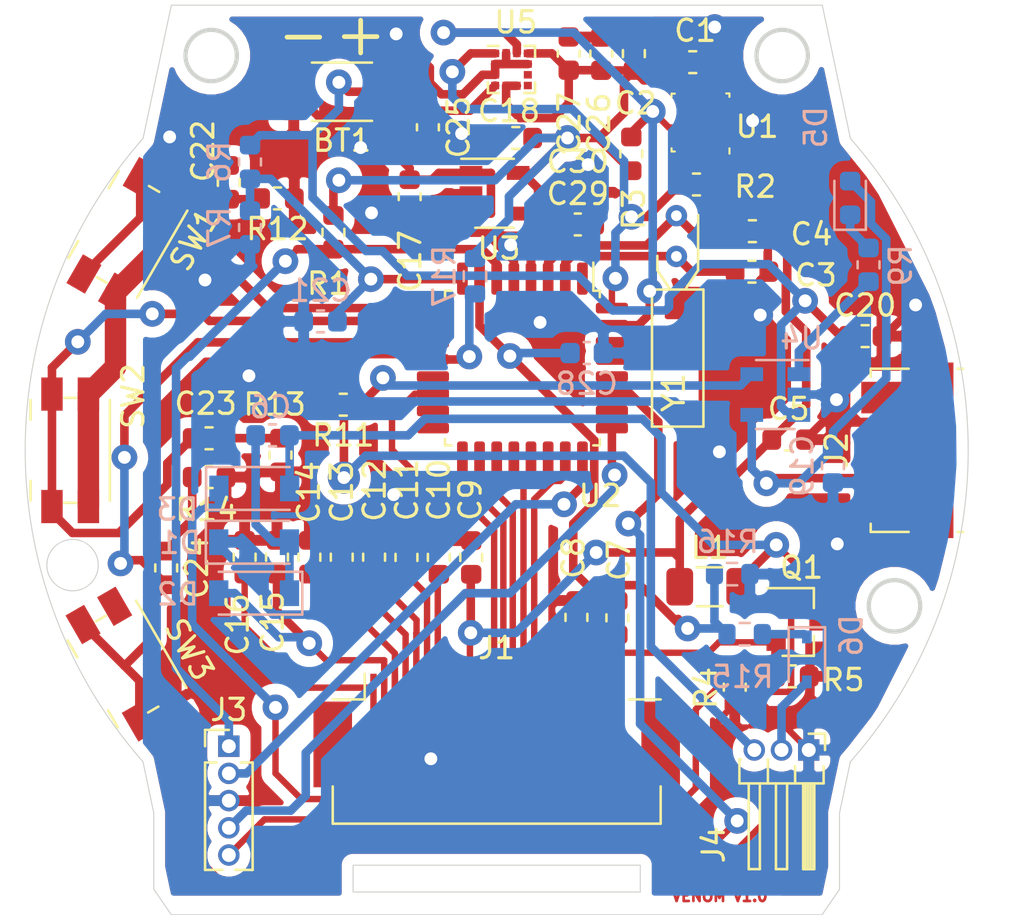
<source format=kicad_pcb>
(kicad_pcb (version 20171130) (host pcbnew 5.1.8-1.fc33)
  (layers (0 F.Cu signal) (31 B.Cu signal) (34 B.Paste user) (35 F.Paste user) (36 B.SilkS user) (37 F.SilkS user) (38 B.Mask user) (39 F.Mask user) (44 Edge.Cuts user))
  (net 0 "")
  (net 1 GND)
  (net 2 3V3)
  (net 3 "Net-(C3-Pad1)")
  (net 4 "Net-(C4-Pad1)")
  (net 5 "Net-(C6-Pad1)")
  (net 6 "Net-(C6-Pad2)")
  (net 7 "Net-(C7-Pad1)")
  (net 8 "Net-(C8-Pad1)")
  (net 9 "Net-(C10-Pad1)")
  (net 10 "Net-(C11-Pad1)")
  (net 11 "Net-(C12-Pad1)")
  (net 12 PREVGH)
  (net 13 "Net-(C14-Pad1)")
  (net 14 PREVGL)
  (net 15 "Net-(C16-Pad1)")
  (net 16 GDR)
  (net 17 RESE)
  (net 18 BUSY)
  (net 19 RST)
  (net 20 DC)
  (net 21 SCL)
  (net 22 SDA)
  (net 23 "Net-(U2-Pad13)")
  (net 24 "Net-(U2-Pad16)")
  (net 25 "Net-(U2-Pad17)")
  (net 26 "Net-(U2-Pad20)")
  (net 27 "Net-(U2-Pad26)")
  (net 28 "Net-(U3-Pad4)")
  (net 29 "Net-(J1-Pad18)")
  (net 30 "Net-(J1-Pad19)")
  (net 31 "Net-(J1-Pad24)")
  (net 32 "Net-(U2-Pad1)")
  (net 33 "Net-(U2-Pad15)")
  (net 34 "Net-(U2-Pad28)")
  (net 35 "Net-(U2-Pad29)")
  (net 36 "Net-(U2-Pad30)")
  (net 37 VIN)
  (net 38 "Net-(C19-Pad1)")
  (net 39 "Net-(D5-Pad1)")
  (net 40 "Net-(J2-Pad2)")
  (net 41 "Net-(J2-Pad3)")
  (net 42 "Net-(J2-Pad4)")
  (net 43 "Net-(J2-Pad6)")
  (net 44 BATT)
  (net 45 "Net-(R9-Pad2)")
  (net 46 "Net-(R11-Pad1)")
  (net 47 SWDCLK)
  (net 48 SWDIO)
  (net 49 SWDRST)
  (net 50 "Net-(U2-Pad22)")
  (net 51 MOSI)
  (net 52 SCK)
  (net 53 CS)
  (net 54 "Net-(C22-Pad1)")
  (net 55 "Net-(C22-Pad2)")
  (net 56 "Net-(C23-Pad2)")
  (net 57 "Net-(C23-Pad1)")
  (net 58 "Net-(C24-Pad1)")
  (net 59 "Net-(C24-Pad2)")
  (net 60 "Net-(C25-Pad1)")
  (net 61 "Net-(U5-Pad7)")
  (net 62 "Net-(U5-Pad8)")
  (net 63 "Net-(D6-Pad1)")
  (net 64 "Net-(D6-Pad2)")
  (net 65 VOLTIMETER)
  (net 66 OHMOMETER)
  (module Crystal:Crystal_DS26_D2.0mm_L6.0mm_Horizontal (layer F.Cu) (at 167.894 109.728 90)
    (fp_text reference Y1 (at -6.35 -0.127 270) (layer F.SilkS))
    (fp_text value 32k768)
    (pad 1 thru_hole circle (at 0 0 90) (size 1 1) (drill 0.5) (layers *.Cu *.Mask) (net 3 "Net-(C3-Pad1)"))
    (pad 2 thru_hole circle (at 1.9 0 90) (size 1 1) (drill 0.5) (layers *.Cu *.Mask) (net 4 "Net-(C4-Pad1)"))
  )
  (module Package_LGA:Bosch_LGA-8_2.5x2.5mm_P0.65mm_ClockwisePinNumbering (layer F.Cu) (at 169.02 103.48 180)
    (fp_text reference U1 (at -2.64 -0.19) (layer F.SilkS))
    (fp_text value BME280)
    (pad 4 smd rect (at 0.975 -1.025 270) (size 0.5 0.35) (layers F.Cu F.Paste F.Mask) (net 21 SCL))
    (pad 3 smd rect (at 0.325 -1.025 270) (size 0.5 0.35) (layers F.Cu F.Paste F.Mask) (net 22 SDA))
    (pad 2 smd rect (at -0.325 -1.025 270) (size 0.5 0.35) (layers F.Cu F.Paste F.Mask) (net 2 3V3))
    (pad 1 smd rect (at -0.975 -1.025 270) (size 0.5 0.35) (layers F.Cu F.Paste F.Mask) (net 1 GND))
    (pad 8 smd rect (at -0.975 1.025 270) (size 0.5 0.35) (layers F.Cu F.Paste F.Mask) (net 2 3V3))
    (pad 7 smd rect (at -0.325 1.025 270) (size 0.5 0.35) (layers F.Cu F.Paste F.Mask) (net 1 GND))
    (pad 6 smd rect (at 0.325 1.025 270) (size 0.5 0.35) (layers F.Cu F.Paste F.Mask) (net 2 3V3))
    (pad 5 smd rect (at 0.975 1.025 270) (size 0.5 0.35) (layers F.Cu F.Paste F.Mask) (net 2 3V3))
  )
  (module Connector_FFC-FPC:Hirose_FH12-24S-0.5SH_1x24-1MP_P0.50mm_Horizontal (layer F.Cu) (at 159.51 131.71)
    (fp_text reference J1 (at 0 -3.7) (layer F.SilkS))
    (fp_text value PFC24/display)
    (pad MP smd rect (at 7.65 0.8) (size 1.8 4) (layers F.Cu F.Paste F.Mask))
    (pad MP smd rect (at -7.65 0.8) (size 1.8 4) (layers F.Cu F.Paste F.Mask))
    (pad 1 smd rect (at -5.75 -1) (size 0.3 3) (layers F.Cu F.Paste F.Mask) (net 15 "Net-(C16-Pad1)"))
    (pad 2 smd rect (at -5.25 -1) (size 0.3 3) (layers F.Cu F.Paste F.Mask) (net 14 PREVGL))
    (pad 3 smd rect (at -4.75 -1) (size 0.3 3) (layers F.Cu F.Paste F.Mask) (net 13 "Net-(C14-Pad1)"))
    (pad 4 smd rect (at -4.25 -1) (size 0.3 3) (layers F.Cu F.Paste F.Mask) (net 12 PREVGH))
    (pad 5 smd rect (at -3.75 -1) (size 0.3 3) (layers F.Cu F.Paste F.Mask) (net 11 "Net-(C12-Pad1)"))
    (pad 6 smd rect (at -3.25 -1) (size 0.3 3) (layers F.Cu F.Paste F.Mask) (net 10 "Net-(C11-Pad1)"))
    (pad 7 smd rect (at -2.75 -1) (size 0.3 3) (layers F.Cu F.Paste F.Mask) (net 9 "Net-(C10-Pad1)"))
    (pad 8 smd rect (at -2.25 -1) (size 0.3 3) (layers F.Cu F.Paste F.Mask) (net 1 GND))
    (pad 9 smd rect (at -1.75 -1) (size 0.3 3) (layers F.Cu F.Paste F.Mask) (net 2 3V3))
    (pad 10 smd rect (at -1.25 -1) (size 0.3 3) (layers F.Cu F.Paste F.Mask) (net 2 3V3))
    (pad 11 smd rect (at -0.75 -1) (size 0.3 3) (layers F.Cu F.Paste F.Mask) (net 51 MOSI))
    (pad 12 smd rect (at -0.25 -1) (size 0.3 3) (layers F.Cu F.Paste F.Mask) (net 52 SCK))
    (pad 13 smd rect (at 0.25 -1) (size 0.3 3) (layers F.Cu F.Paste F.Mask) (net 53 CS))
    (pad 14 smd rect (at 0.75 -1) (size 0.3 3) (layers F.Cu F.Paste F.Mask) (net 20 DC))
    (pad 15 smd rect (at 1.25 -1) (size 0.3 3) (layers F.Cu F.Paste F.Mask) (net 19 RST))
    (pad 16 smd rect (at 1.75 -1) (size 0.3 3) (layers F.Cu F.Paste F.Mask) (net 18 BUSY))
    (pad 17 smd rect (at 2.25 -1) (size 0.3 3) (layers F.Cu F.Paste F.Mask) (net 1 GND))
    (pad 18 smd rect (at 2.75 -1) (size 0.3 3) (layers F.Cu F.Paste F.Mask) (net 29 "Net-(J1-Pad18)"))
    (pad 19 smd rect (at 3.25 -1) (size 0.3 3) (layers F.Cu F.Paste F.Mask) (net 30 "Net-(J1-Pad19)"))
    (pad 20 smd rect (at 3.75 -1) (size 0.3 3) (layers F.Cu F.Paste F.Mask) (net 8 "Net-(C8-Pad1)"))
    (pad 21 smd rect (at 4.25 -1) (size 0.3 3) (layers F.Cu F.Paste F.Mask) (net 7 "Net-(C7-Pad1)"))
    (pad 22 smd rect (at 4.75 -1) (size 0.3 3) (layers F.Cu F.Paste F.Mask) (net 17 RESE))
    (pad 23 smd rect (at 5.25 -1) (size 0.3 3) (layers F.Cu F.Paste F.Mask) (net 16 GDR))
    (pad 24 smd rect (at 5.75 -1) (size 0.3 3) (layers F.Cu F.Paste F.Mask) (net 31 "Net-(J1-Pad24)"))
  )
  (module Button_Switch_SMD:Panasonic_EVQPUJ_EVQPUA (layer F.Cu) (at 142.26 128.76 120)
    (fp_text reference SW3 (at -0.861103 2.851474 120) (layer F.SilkS))
    (fp_text value "RESET TD-26EA")
    (pad "" smd rect (at 2.625 0.85 300) (size 1.55 1) (layers F.Cu F.Paste F.Mask))
    (pad 2 smd rect (at -2.625 0.85 300) (size 1.55 1) (layers F.Cu F.Paste F.Mask) (net 1 GND))
    (pad 1 smd rect (at -2.625 -0.85 300) (size 1.55 1) (layers F.Cu F.Paste F.Mask) (net 59 "Net-(C24-Pad2)"))
    (pad 1 smd rect (at 2.625 -0.85 300) (size 1.55 1) (layers F.Cu F.Paste F.Mask) (net 59 "Net-(C24-Pad2)"))
  )
  (module Resistor_SMD:R_2010_5025Metric (layer F.Cu) (at 152.29 102.04 180)
    (fp_text reference BT1 (at 0 -2.28) (layer F.SilkS))
    (fp_text value Lipo)
    (pad 1 smd roundrect (at -2.25 0 180) (size 1.35 2.65) (layers F.Cu F.Paste F.Mask) (roundrect_rratio 0.1851844444444445) (net 37 VIN))
    (pad 2 smd roundrect (at 2.25 0 180) (size 1.35 2.65) (layers F.Cu F.Paste F.Mask) (roundrect_rratio 0.1851844444444445) (net 1 GND))
  )
  (module Capacitor_SMD:C_0603_1608Metric (layer F.Cu) (at 168.656 100.66 180)
    (fp_text reference C1 (at -0.114 1.47) (layer F.SilkS))
    (fp_text value 225)
    (pad 2 smd roundrect (at 0.7875 0 180) (size 0.875 0.95) (layers F.Cu F.Paste F.Mask) (net 1 GND))
    (pad 1 smd roundrect (at -0.7875 0 180) (size 0.875 0.95) (layers F.Cu F.Paste F.Mask) (net 2 3V3))
  )
  (module Capacitor_SMD:C_0603_1608Metric (layer F.Cu) (at 165.91 100.26 90)
    (fp_text reference C2 (at -2.32 0.08 180) (layer F.SilkS))
    (fp_text value 104)
    (pad 1 smd roundrect (at -0.7875 0 90) (size 0.875 0.95) (layers F.Cu F.Paste F.Mask) (net 2 3V3))
    (pad 2 smd roundrect (at 0.7875 0 90) (size 0.875 0.95) (layers F.Cu F.Paste F.Mask) (net 1 GND))
  )
  (module Capacitor_SMD:C_0603_1608Metric (layer F.Cu) (at 171.42 110.44)
    (fp_text reference C3 (at 2.98 0.17) (layer F.SilkS))
    (fp_text value 100)
    (pad 1 smd roundrect (at -0.7875 0) (size 0.875 0.95) (layers F.Cu F.Paste F.Mask) (net 3 "Net-(C3-Pad1)"))
    (pad 2 smd roundrect (at 0.7875 0) (size 0.875 0.95) (layers F.Cu F.Paste F.Mask) (net 1 GND))
  )
  (module Capacitor_SMD:C_0603_1608Metric (layer F.Cu) (at 171.44 108.55)
    (fp_text reference C4 (at 2.76 0.14) (layer F.SilkS))
    (fp_text value 100)
    (pad 2 smd roundrect (at 0.7875 0) (size 0.875 0.95) (layers F.Cu F.Paste F.Mask) (net 1 GND))
    (pad 1 smd roundrect (at -0.7875 0) (size 0.875 0.95) (layers F.Cu F.Paste F.Mask) (net 4 "Net-(C4-Pad1)"))
  )
  (module Capacitor_SMD:C_0603_1608Metric (layer F.Cu) (at 173.13 118.28)
    (fp_text reference C5 (at 0 -1.43) (layer F.SilkS))
    (fp_text value 225)
    (pad 2 smd roundrect (at 0.7875 0) (size 0.875 0.95) (layers F.Cu F.Paste F.Mask) (net 1 GND))
    (pad 1 smd roundrect (at -0.7875 0) (size 0.875 0.95) (layers F.Cu F.Paste F.Mask) (net 2 3V3))
  )
  (module Capacitor_SMD:C_0603_1608Metric (layer B.Cu) (at 149.05 118.08)
    (fp_text reference C6 (at -0.1 -1.32) (layer B.SilkS) (effects (justify mirror)))
    (fp_text value 104)
    (pad 1 smd roundrect (at -0.7875 0) (size 0.875 0.95) (layers B.Cu B.Paste B.Mask) (net 5 "Net-(C6-Pad1)"))
    (pad 2 smd roundrect (at 0.7875 0) (size 0.875 0.95) (layers B.Cu B.Paste B.Mask) (net 6 "Net-(C6-Pad2)"))
  )
  (module Capacitor_SMD:C_0603_1608Metric (layer F.Cu) (at 165.14 126.6 90)
    (fp_text reference C7 (at 2.7 0.07 90) (layer F.SilkS))
    (fp_text value 105)
    (pad 1 smd roundrect (at -0.7875 0 90) (size 0.875 0.95) (layers F.Cu F.Paste F.Mask) (net 7 "Net-(C7-Pad1)"))
    (pad 2 smd roundrect (at 0.7875 0 90) (size 0.875 0.95) (layers F.Cu F.Paste F.Mask) (net 1 GND))
  )
  (module Capacitor_SMD:C_0603_1608Metric (layer F.Cu) (at 163.23 126.58 90)
    (fp_text reference C8 (at 2.78 -0.14 90) (layer F.SilkS))
    (fp_text value 105)
    (pad 1 smd roundrect (at -0.7875 0 90) (size 0.875 0.95) (layers F.Cu F.Paste F.Mask) (net 8 "Net-(C8-Pad1)"))
    (pad 2 smd roundrect (at 0.7875 0 90) (size 0.875 0.95) (layers F.Cu F.Paste F.Mask) (net 1 GND))
  )
  (module Capacitor_SMD:C_0603_1608Metric (layer F.Cu) (at 158.32 123.78 90)
    (fp_text reference C9 (at 2.69 -0.04 90) (layer F.SilkS))
    (fp_text value 104)
    (pad 2 smd roundrect (at 0.7875 0 90) (size 0.875 0.95) (layers F.Cu F.Paste F.Mask) (net 1 GND))
    (pad 1 smd roundrect (at -0.7875 0 90) (size 0.875 0.95) (layers F.Cu F.Paste F.Mask) (net 2 3V3))
  )
  (module Capacitor_SMD:C_0603_1608Metric (layer F.Cu) (at 156.81 123.78 90)
    (fp_text reference C10 (at 3.15 0 90) (layer F.SilkS))
    (fp_text value 105)
    (pad 2 smd roundrect (at 0.7875 0 90) (size 0.875 0.95) (layers F.Cu F.Paste F.Mask) (net 1 GND))
    (pad 1 smd roundrect (at -0.7875 0 90) (size 0.875 0.95) (layers F.Cu F.Paste F.Mask) (net 9 "Net-(C10-Pad1)"))
  )
  (module Capacitor_SMD:C_0603_1608Metric (layer F.Cu) (at 155.3 123.78 90)
    (fp_text reference C11 (at 3.15 0.02 90) (layer F.SilkS))
    (fp_text value 105)
    (pad 1 smd roundrect (at -0.7875 0 90) (size 0.875 0.95) (layers F.Cu F.Paste F.Mask) (net 10 "Net-(C11-Pad1)"))
    (pad 2 smd roundrect (at 0.7875 0 90) (size 0.875 0.95) (layers F.Cu F.Paste F.Mask) (net 1 GND))
  )
  (module Capacitor_SMD:C_0603_1608Metric (layer F.Cu) (at 153.79 123.77 90)
    (fp_text reference C12 (at 3.11 0.02 90) (layer F.SilkS))
    (fp_text value 105)
    (pad 1 smd roundrect (at -0.7875 0 90) (size 0.875 0.95) (layers F.Cu F.Paste F.Mask) (net 11 "Net-(C12-Pad1)"))
    (pad 2 smd roundrect (at 0.7875 0 90) (size 0.875 0.95) (layers F.Cu F.Paste F.Mask) (net 1 GND))
  )
  (module Capacitor_SMD:C_0603_1608Metric (layer F.Cu) (at 152.28 123.77 90)
    (fp_text reference C13 (at 3.04 0 90) (layer F.SilkS))
    (fp_text value 105)
    (pad 2 smd roundrect (at 0.7875 0 90) (size 0.875 0.95) (layers F.Cu F.Paste F.Mask) (net 1 GND))
    (pad 1 smd roundrect (at -0.7875 0 90) (size 0.875 0.95) (layers F.Cu F.Paste F.Mask) (net 12 PREVGH))
  )
  (module Capacitor_SMD:C_0603_1608Metric (layer F.Cu) (at 150.77 123.77 90)
    (fp_text reference C14 (at 3.03 -0.03 90) (layer F.SilkS))
    (fp_text value 105)
    (pad 1 smd roundrect (at -0.7875 0 90) (size 0.875 0.95) (layers F.Cu F.Paste F.Mask) (net 13 "Net-(C14-Pad1)"))
    (pad 2 smd roundrect (at 0.7875 0 90) (size 0.875 0.95) (layers F.Cu F.Paste F.Mask) (net 1 GND))
  )
  (module Capacitor_SMD:C_0603_1608Metric (layer F.Cu) (at 149.26 123.77 90)
    (fp_text reference C15 (at -3.04 -0.21 90) (layer F.SilkS))
    (fp_text value 105)
    (pad 2 smd roundrect (at 0.7875 0 90) (size 0.875 0.95) (layers F.Cu F.Paste F.Mask) (net 1 GND))
    (pad 1 smd roundrect (at -0.7875 0 90) (size 0.875 0.95) (layers F.Cu F.Paste F.Mask) (net 14 PREVGL))
  )
  (module Capacitor_SMD:C_0603_1608Metric (layer F.Cu) (at 147.75 123.77 90)
    (fp_text reference C16 (at -3.14 -0.33 90) (layer F.SilkS))
    (fp_text value 105)
    (pad 2 smd roundrect (at 0.7875 0 90) (size 0.875 0.95) (layers F.Cu F.Paste F.Mask) (net 1 GND))
    (pad 1 smd roundrect (at -0.7875 0 90) (size 0.875 0.95) (layers F.Cu F.Paste F.Mask) (net 15 "Net-(C16-Pad1)"))
  )
  (module Capacitor_SMD:C_0603_1608Metric (layer F.Cu) (at 155.448 106.934 270)
    (fp_text reference C17 (at 3.02 -0.02 90) (layer F.SilkS))
    (fp_text value 225)
    (pad 2 smd roundrect (at 0.7875 0 270) (size 0.875 0.95) (layers F.Cu F.Paste F.Mask) (net 1 GND))
    (pad 1 smd roundrect (at -0.7875 0 270) (size 0.875 0.95) (layers F.Cu F.Paste F.Mask) (net 37 VIN))
  )
  (module Capacitor_SMD:C_0603_1608Metric (layer F.Cu) (at 160.401 104.19842 180)
    (fp_text reference C18 (at 0.32004 1.25984) (layer F.SilkS))
    (fp_text value 225)
    (pad 1 smd roundrect (at -0.7875 0 180) (size 0.875 0.95) (layers F.Cu F.Paste F.Mask) (net 2 3V3))
    (pad 2 smd roundrect (at 0.7875 0 180) (size 0.875 0.95) (layers F.Cu F.Paste F.Mask) (net 1 GND))
  )
  (module Diode_SMD:D_SOD-123 (layer B.Cu) (at 148.19 123.07)
    (fp_text reference D1 (at -3.46 0.03) (layer B.SilkS) (effects (justify mirror)))
    (fp_text value MBR0530)
    (pad 1 smd rect (at -1.65 0) (size 0.9 1.2) (layers B.Cu B.Paste B.Mask) (net 1 GND))
    (pad 2 smd rect (at 1.65 0) (size 0.9 1.2) (layers B.Cu B.Paste B.Mask) (net 5 "Net-(C6-Pad1)"))
  )
  (module Diode_SMD:D_SOD-123 (layer B.Cu) (at 148.19 125.45 180)
    (fp_text reference D2 (at 3.56 -0.05) (layer B.SilkS) (effects (justify mirror)))
    (fp_text value MBR0530)
    (pad 2 smd rect (at 1.65 0 180) (size 0.9 1.2) (layers B.Cu B.Paste B.Mask) (net 14 PREVGL))
    (pad 1 smd rect (at -1.65 0 180) (size 0.9 1.2) (layers B.Cu B.Paste B.Mask) (net 5 "Net-(C6-Pad1)"))
  )
  (module Diode_SMD:D_SOD-123 (layer B.Cu) (at 148.2 120.56)
    (fp_text reference D3 (at -3.59 0.98) (layer B.SilkS) (effects (justify mirror)))
    (fp_text value MBR0530)
    (pad 1 smd rect (at -1.65 0) (size 0.9 1.2) (layers B.Cu B.Paste B.Mask) (net 12 PREVGH))
    (pad 2 smd rect (at 1.65 0) (size 0.9 1.2) (layers B.Cu B.Paste B.Mask) (net 6 "Net-(C6-Pad2)"))
  )
  (module Package_TO_SOT_SMD:SOT-23 (layer F.Cu) (at 173.54804 126.79426)
    (fp_text reference Q1 (at 0.18796 -2.54254) (layer F.SilkS))
    (fp_text value IRLML0030TR)
    (pad 1 smd rect (at -1 -0.95) (size 0.9 0.8) (layers F.Cu F.Paste F.Mask) (net 16 GDR))
    (pad 2 smd rect (at -1 0.95) (size 0.9 0.8) (layers F.Cu F.Paste F.Mask) (net 17 RESE))
    (pad 3 smd rect (at 1 0) (size 0.9 0.8) (layers F.Cu F.Paste F.Mask) (net 6 "Net-(C6-Pad2)"))
  )
  (module Resistor_SMD:R_0603_1608Metric (layer F.Cu) (at 151.892 108.6025 270)
    (fp_text reference R1 (at 2.3955 0.254 180) (layer F.SilkS))
    (fp_text value 10k)
    (pad 1 smd roundrect (at -0.7875 0 270) (size 0.875 0.95) (layers F.Cu F.Paste F.Mask) (net 2 3V3))
    (pad 2 smd roundrect (at 0.7875 0 270) (size 0.875 0.95) (layers F.Cu F.Paste F.Mask) (net 49 SWDRST))
  )
  (module Resistor_SMD:R_0603_1608Metric (layer F.Cu) (at 168.83 106.37 180)
    (fp_text reference R2 (at -2.74 -0.1) (layer F.SilkS))
    (fp_text value 4k7)
    (pad 2 smd roundrect (at 0.7875 0 180) (size 0.875 0.95) (layers F.Cu F.Paste F.Mask) (net 21 SCL))
    (pad 1 smd roundrect (at -0.7875 0 180) (size 0.875 0.95) (layers F.Cu F.Paste F.Mask) (net 2 3V3))
  )
  (module Resistor_SMD:R_0603_1608Metric (layer F.Cu) (at 165.79 104.94 90)
    (fp_text reference R3 (at -2.58 0.12 90) (layer F.SilkS))
    (fp_text value 4k7)
    (pad 1 smd roundrect (at -0.7875 0 90) (size 0.875 0.95) (layers F.Cu F.Paste F.Mask) (net 2 3V3))
    (pad 2 smd roundrect (at 0.7875 0 90) (size 0.875 0.95) (layers F.Cu F.Paste F.Mask) (net 22 SDA))
  )
  (module Resistor_SMD:R_0603_1608Metric (layer F.Cu) (at 170.61688 129.83972 270)
    (fp_text reference R4 (at 0.03556 1.34366 270) (layer F.SilkS))
    (fp_text value 10k)
    (pad 1 smd roundrect (at -0.7875 0 270) (size 0.875 0.95) (layers F.Cu F.Paste F.Mask) (net 16 GDR))
    (pad 2 smd roundrect (at 0.7875 0 270) (size 0.875 0.95) (layers F.Cu F.Paste F.Mask) (net 1 GND))
  )
  (module Resistor_SMD:R_0603_1608Metric (layer F.Cu) (at 173.3042 129.33172)
    (fp_text reference R5 (at 2.39 0.17) (layer F.SilkS))
    (fp_text value 1R5)
    (pad 2 smd roundrect (at 0.7875 0) (size 0.875 0.95) (layers F.Cu F.Paste F.Mask) (net 1 GND))
    (pad 1 smd roundrect (at -0.7875 0) (size 0.875 0.95) (layers F.Cu F.Paste F.Mask) (net 17 RESE))
  )
  (module Button_Switch_SMD:Panasonic_EVQPUJ_EVQPUA (layer F.Cu) (at 142.3 108.7 60)
    (fp_text reference SW1 (at 1.333494 2.809679 60) (layer F.SilkS))
    (fp_text value "START TD-26EA")
    (pad 2 smd rect (at 2.625 0.85 240) (size 1.55 1) (layers F.Cu F.Paste F.Mask) (net 1 GND))
    (pad 2 smd rect (at -2.625 0.85 240) (size 1.55 1) (layers F.Cu F.Paste F.Mask) (net 1 GND))
    (pad 1 smd rect (at -2.625 -0.85 240) (size 1.55 1) (layers F.Cu F.Paste F.Mask) (net 55 "Net-(C22-Pad2)"))
    (pad 1 smd rect (at 2.625 -0.85 240) (size 1.55 1) (layers F.Cu F.Paste F.Mask) (net 55 "Net-(C22-Pad2)"))
  )
  (module Button_Switch_SMD:Panasonic_EVQPUJ_EVQPUA (layer F.Cu) (at 139.61 118.78 90)
    (fp_text reference SW2 (at 2.53 2.94 90) (layer F.SilkS))
    (fp_text value TD-26EA)
    (pad 1 smd rect (at 2.625 -0.85 270) (size 1.55 1) (layers F.Cu F.Paste F.Mask) (net 56 "Net-(C23-Pad2)"))
    (pad 1 smd rect (at -2.625 -0.85 270) (size 1.55 1) (layers F.Cu F.Paste F.Mask) (net 56 "Net-(C23-Pad2)"))
    (pad 2 smd rect (at -2.625 0.85 270) (size 1.55 1) (layers F.Cu F.Paste F.Mask) (net 1 GND))
    (pad 2 smd rect (at 2.625 0.85 270) (size 1.55 1) (layers F.Cu F.Paste F.Mask) (net 1 GND))
  )
  (module Package_TO_SOT_SMD:SOT-23-5 (layer F.Cu) (at 159.41 106.78)
    (fp_text reference U3 (at 0.20614 2.5797 180) (layer F.SilkS))
    (fp_text value TC1185-3.3)
    (pad 1 smd rect (at -1.1 -0.95) (size 1.06 0.65) (layers F.Cu F.Paste F.Mask) (net 37 VIN))
    (pad 2 smd rect (at -1.1 0) (size 1.06 0.65) (layers F.Cu F.Paste F.Mask) (net 1 GND))
    (pad 3 smd rect (at -1.1 0.95) (size 1.06 0.65) (layers F.Cu F.Paste F.Mask) (net 37 VIN))
    (pad 4 smd rect (at 1.1 0.95) (size 1.06 0.65) (layers F.Cu F.Paste F.Mask) (net 28 "Net-(U3-Pad4)"))
    (pad 5 smd rect (at 1.1 -0.95) (size 1.06 0.65) (layers F.Cu F.Paste F.Mask) (net 2 3V3))
  )
  (module Connector_USB:USB_Micro-B_Molex_47346-0001 (layer F.Cu) (at 178.67 118.78 90)
    (fp_text reference J2 (at 0 -3.3 270) (layer F.SilkS))
    (fp_text value USB_B_Micro)
    (pad 1 smd rect (at -1.3 -1.46 90) (size 0.45 1.38) (layers F.Cu F.Paste F.Mask) (net 38 "Net-(C19-Pad1)"))
    (pad 2 smd rect (at -0.65 -1.46 90) (size 0.45 1.38) (layers F.Cu F.Paste F.Mask) (net 40 "Net-(J2-Pad2)"))
    (pad 3 smd rect (at 0 -1.46 90) (size 0.45 1.38) (layers F.Cu F.Paste F.Mask) (net 41 "Net-(J2-Pad3)"))
    (pad 4 smd rect (at 0.65 -1.46 90) (size 0.45 1.38) (layers F.Cu F.Paste F.Mask) (net 42 "Net-(J2-Pad4)"))
    (pad 5 smd rect (at 1.3 -1.46 90) (size 0.45 1.38) (layers F.Cu F.Paste F.Mask) (net 1 GND))
    (pad 6 smd rect (at -2.4625 -1.1 90) (size 1.475 2.1) (layers F.Cu F.Paste F.Mask) (net 43 "Net-(J2-Pad6)"))
    (pad 6 smd rect (at 2.4625 -1.1 90) (size 1.475 2.1) (layers F.Cu F.Paste F.Mask) (net 43 "Net-(J2-Pad6)"))
    (pad 6 smd rect (at -2.91 1.2 90) (size 2.375 1.9) (layers F.Cu F.Paste F.Mask) (net 43 "Net-(J2-Pad6)"))
    (pad 6 smd rect (at 2.91 1.2 90) (size 2.375 1.9) (layers F.Cu F.Paste F.Mask) (net 43 "Net-(J2-Pad6)"))
    (pad 6 smd rect (at -0.84 1.2 90) (size 1.175 1.9) (layers F.Cu F.Paste F.Mask) (net 43 "Net-(J2-Pad6)"))
    (pad 6 smd rect (at 0.84 1.2 90) (size 1.175 1.9) (layers F.Cu F.Paste F.Mask) (net 43 "Net-(J2-Pad6)"))
  )
  (module Resistor_SMD:R_0603_1608Metric (layer B.Cu) (at 148 105.32 270)
    (fp_text reference R6 (at 0 1.43 270) (layer B.SilkS) (effects (justify mirror)))
    (fp_text value 100k)
    (pad 2 smd roundrect (at 0.7875 0 270) (size 0.875 0.95) (layers B.Cu B.Paste B.Mask) (net 44 BATT))
    (pad 1 smd roundrect (at -0.7875 0 270) (size 0.875 0.95) (layers B.Cu B.Paste B.Mask) (net 37 VIN))
  )
  (module Resistor_SMD:R_0603_1608Metric (layer B.Cu) (at 148 108.38 270)
    (fp_text reference R7 (at 0 1.43 90) (layer B.SilkS) (effects (justify mirror)))
    (fp_text value 100k)
    (pad 1 smd roundrect (at -0.7875 0 270) (size 0.875 0.95) (layers B.Cu B.Paste B.Mask) (net 44 BATT))
    (pad 2 smd roundrect (at 0.7875 0 270) (size 0.875 0.95) (layers B.Cu B.Paste B.Mask) (net 1 GND))
  )
  (module Resistor_SMD:R_0603_1608Metric (layer B.Cu) (at 176.86 110.12 270)
    (fp_text reference R9 (at 0.03 -1.5 270) (layer B.SilkS) (effects (justify mirror)))
    (fp_text value 470R)
    (pad 2 smd roundrect (at 0.7875 0 270) (size 0.875 0.95) (layers B.Cu B.Paste B.Mask) (net 45 "Net-(R9-Pad2)"))
    (pad 1 smd roundrect (at -0.7875 0 270) (size 0.875 0.95) (layers B.Cu B.Paste B.Mask) (net 39 "Net-(D5-Pad1)"))
  )
  (module Resistor_SMD:R_0603_1608Metric (layer F.Cu) (at 152.35 116.65 180)
    (fp_text reference R11 (at 0 -1.43) (layer F.SilkS))
    (fp_text value 12k)
    (pad 1 smd roundrect (at -0.7875 0 180) (size 0.875 0.95) (layers F.Cu F.Paste F.Mask) (net 46 "Net-(R11-Pad1)"))
    (pad 2 smd roundrect (at 0.7875 0 180) (size 0.875 0.95) (layers F.Cu F.Paste F.Mask) (net 1 GND))
  )
  (module Package_QFP:LQFP-32_7x7mm_P0.8mm (layer F.Cu) (at 160.71 114.94 270)
    (fp_text reference U2 (at 5.964 -3.628 180) (layer F.SilkS))
    (fp_text value STM32G070KB)
    (pad 1 smd roundrect (at -4.175 -2.8 270) (size 1.5 0.5) (layers F.Cu F.Paste F.Mask) (net 32 "Net-(U2-Pad1)"))
    (pad 2 smd roundrect (at -4.175 -2 270) (size 1.5 0.5) (layers F.Cu F.Paste F.Mask) (net 3 "Net-(C3-Pad1)"))
    (pad 3 smd roundrect (at -4.175 -1.2 270) (size 1.5 0.5) (layers F.Cu F.Paste F.Mask) (net 4 "Net-(C4-Pad1)"))
    (pad 4 smd roundrect (at -4.175 -0.4 270) (size 1.5 0.5) (layers F.Cu F.Paste F.Mask) (net 2 3V3))
    (pad 5 smd roundrect (at -4.175 0.4 270) (size 1.5 0.5) (layers F.Cu F.Paste F.Mask) (net 1 GND))
    (pad 6 smd roundrect (at -4.175 1.2 270) (size 1.5 0.5) (layers F.Cu F.Paste F.Mask) (net 49 SWDRST))
    (pad 7 smd roundrect (at -4.175 2 270) (size 1.5 0.5) (layers F.Cu F.Paste F.Mask) (net 65 VOLTIMETER))
    (pad 8 smd roundrect (at -4.175 2.8 270) (size 1.5 0.5) (layers F.Cu F.Paste F.Mask) (net 44 BATT))
    (pad 9 smd roundrect (at -2.8 4.175 270) (size 0.5 1.5) (layers F.Cu F.Paste F.Mask) (net 55 "Net-(C22-Pad2)"))
    (pad 10 smd roundrect (at -2 4.175 270) (size 0.5 1.5) (layers F.Cu F.Paste F.Mask) (net 56 "Net-(C23-Pad2)"))
    (pad 11 smd roundrect (at -1.2 4.175 270) (size 0.5 1.5) (layers F.Cu F.Paste F.Mask) (net 59 "Net-(C24-Pad2)"))
    (pad 12 smd roundrect (at -0.4 4.175 270) (size 0.5 1.5) (layers F.Cu F.Paste F.Mask) (net 66 OHMOMETER))
    (pad 13 smd roundrect (at 0.4 4.175 270) (size 0.5 1.5) (layers F.Cu F.Paste F.Mask) (net 23 "Net-(U2-Pad13)"))
    (pad 14 smd roundrect (at 1.2 4.175 270) (size 0.5 1.5) (layers F.Cu F.Paste F.Mask) (net 51 MOSI))
    (pad 15 smd roundrect (at 2 4.175 270) (size 0.5 1.5) (layers F.Cu F.Paste F.Mask) (net 33 "Net-(U2-Pad15)"))
    (pad 16 smd roundrect (at 2.8 4.175 270) (size 0.5 1.5) (layers F.Cu F.Paste F.Mask) (net 24 "Net-(U2-Pad16)"))
    (pad 17 smd roundrect (at 4.175 2.8 270) (size 1.5 0.5) (layers F.Cu F.Paste F.Mask) (net 25 "Net-(U2-Pad17)"))
    (pad 18 smd roundrect (at 4.175 2 270) (size 1.5 0.5) (layers F.Cu F.Paste F.Mask) (net 53 CS))
    (pad 19 smd roundrect (at 4.175 1.2 270) (size 1.5 0.5) (layers F.Cu F.Paste F.Mask) (net 20 DC))
    (pad 20 smd roundrect (at 4.175 0.4 270) (size 1.5 0.5) (layers F.Cu F.Paste F.Mask) (net 26 "Net-(U2-Pad20)"))
    (pad 21 smd roundrect (at 4.175 -0.4 270) (size 1.5 0.5) (layers F.Cu F.Paste F.Mask) (net 19 RST))
    (pad 22 smd roundrect (at 4.175 -1.2 270) (size 1.5 0.5) (layers F.Cu F.Paste F.Mask) (net 50 "Net-(U2-Pad22)"))
    (pad 23 smd roundrect (at 4.175 -2 270) (size 1.5 0.5) (layers F.Cu F.Paste F.Mask) (net 18 BUSY))
    (pad 24 smd roundrect (at 4.175 -2.8 270) (size 1.5 0.5) (layers F.Cu F.Paste F.Mask) (net 48 SWDIO))
    (pad 25 smd roundrect (at 2.8 -4.175 270) (size 0.5 1.5) (layers F.Cu F.Paste F.Mask) (net 47 SWDCLK))
    (pad 26 smd roundrect (at 2 -4.175 270) (size 0.5 1.5) (layers F.Cu F.Paste F.Mask) (net 27 "Net-(U2-Pad26)"))
    (pad 27 smd roundrect (at 1.2 -4.175 270) (size 0.5 1.5) (layers F.Cu F.Paste F.Mask) (net 52 SCK))
    (pad 28 smd roundrect (at 0.4 -4.175 270) (size 0.5 1.5) (layers F.Cu F.Paste F.Mask) (net 34 "Net-(U2-Pad28)"))
    (pad 29 smd roundrect (at -0.4 -4.175 270) (size 0.5 1.5) (layers F.Cu F.Paste F.Mask) (net 35 "Net-(U2-Pad29)"))
    (pad 30 smd roundrect (at -1.2 -4.175 270) (size 0.5 1.5) (layers F.Cu F.Paste F.Mask) (net 36 "Net-(U2-Pad30)"))
    (pad 31 smd roundrect (at -2 -4.175 270) (size 0.5 1.5) (layers F.Cu F.Paste F.Mask) (net 22 SDA))
    (pad 32 smd roundrect (at -2.8 -4.175 270) (size 0.5 1.5) (layers F.Cu F.Paste F.Mask) (net 21 SCL))
  )
  (module Capacitor_SMD:C_0603_1608Metric (layer B.Cu) (at 175.2 119.5 270)
    (fp_text reference C19 (at 0 1.43 90) (layer B.SilkS) (effects (justify mirror)))
    (fp_text value 475)
    (pad 1 smd roundrect (at -0.7875 0 270) (size 0.875 0.95) (layers B.Cu B.Paste B.Mask) (net 38 "Net-(C19-Pad1)"))
    (pad 2 smd roundrect (at 0.7875 0 270) (size 0.875 0.95) (layers B.Cu B.Paste B.Mask) (net 1 GND))
  )
  (module Capacitor_SMD:C_0603_1608Metric (layer F.Cu) (at 176.7 113.45)
    (fp_text reference C20 (at 0 -1.43) (layer F.SilkS))
    (fp_text value 475)
    (pad 2 smd roundrect (at 0.7875 0) (size 0.875 0.95) (layers F.Cu F.Paste F.Mask) (net 1 GND))
    (pad 1 smd roundrect (at -0.7875 0) (size 0.875 0.95) (layers F.Cu F.Paste F.Mask) (net 37 VIN))
  )
  (module Diode_SMD:D_0603_1608Metric (layer B.Cu) (at 176 107 90)
    (fp_text reference D5 (at 3.3 -1.6 90) (layer B.SilkS) (effects (justify mirror)))
    (fp_text value UV)
    (pad 1 smd roundrect (at -0.7875 0 90) (size 0.875 0.95) (layers B.Cu B.Paste B.Mask) (net 39 "Net-(D5-Pad1)"))
    (pad 2 smd roundrect (at 0.7875 0 90) (size 0.875 0.95) (layers B.Cu B.Paste B.Mask) (net 38 "Net-(C19-Pad1)"))
  )
  (module Capacitor_SMD:C_0603_1608Metric (layer B.Cu) (at 151.29 112.76 180)
    (fp_text reference C21 (at 0 1.43) (layer B.SilkS) (effects (justify mirror)))
    (fp_text value 104)
    (pad 1 smd roundrect (at -0.7875 0 180) (size 0.875 0.95) (layers B.Cu B.Paste B.Mask) (net 44 BATT))
    (pad 2 smd roundrect (at 0.7875 0 180) (size 0.875 0.95) (layers B.Cu B.Paste B.Mask) (net 1 GND))
  )
  (module Capacitor_SMD:C_0603_1608Metric (layer F.Cu) (at 147.01 106.27 90)
    (fp_text reference C22 (at 1.46 -1.2 90) (layer F.SilkS))
    (fp_text value 225)
    (pad 1 smd roundrect (at -0.7875 0 90) (size 0.875 0.95) (layers F.Cu F.Paste F.Mask) (net 54 "Net-(C22-Pad1)"))
    (pad 2 smd roundrect (at 0.7875 0 90) (size 0.875 0.95) (layers F.Cu F.Paste F.Mask) (net 55 "Net-(C22-Pad2)"))
  )
  (module Capacitor_SMD:C_0603_1608Metric (layer F.Cu) (at 146.09 118.22 180)
    (fp_text reference C23 (at 0.16 1.62) (layer F.SilkS))
    (fp_text value 225)
    (pad 2 smd roundrect (at 0.7875 0 180) (size 0.875 0.95) (layers F.Cu F.Paste F.Mask) (net 56 "Net-(C23-Pad2)"))
    (pad 1 smd roundrect (at -0.7875 0 180) (size 0.875 0.95) (layers F.Cu F.Paste F.Mask) (net 57 "Net-(C23-Pad1)"))
  )
  (module Capacitor_SMD:C_0603_1608Metric (layer F.Cu) (at 144.09 124.27 270)
    (fp_text reference C24 (at 0 -1.43 90) (layer F.SilkS))
    (fp_text value 225)
    (pad 1 smd roundrect (at -0.7875 0 270) (size 0.875 0.95) (layers F.Cu F.Paste F.Mask) (net 58 "Net-(C24-Pad1)"))
    (pad 2 smd roundrect (at 0.7875 0 270) (size 0.875 0.95) (layers F.Cu F.Paste F.Mask) (net 59 "Net-(C24-Pad2)"))
  )
  (module Resistor_SMD:R_0603_1608Metric (layer F.Cu) (at 149.28 107.02 180)
    (fp_text reference R12 (at 0 -1.43) (layer F.SilkS))
    (fp_text value 0R)
    (pad 1 smd roundrect (at -0.7875 0 180) (size 0.875 0.95) (layers F.Cu F.Paste F.Mask) (net 1 GND))
    (pad 2 smd roundrect (at 0.7875 0 180) (size 0.875 0.95) (layers F.Cu F.Paste F.Mask) (net 54 "Net-(C22-Pad1)"))
  )
  (module Resistor_SMD:R_0603_1608Metric (layer F.Cu) (at 149.42 119 90)
    (fp_text reference R13 (at 2.36 -0.27 180) (layer F.SilkS))
    (fp_text value 0R)
    (pad 2 smd roundrect (at 0.7875 0 90) (size 0.875 0.95) (layers F.Cu F.Paste F.Mask) (net 57 "Net-(C23-Pad1)"))
    (pad 1 smd roundrect (at -0.7875 0 90) (size 0.875 0.95) (layers F.Cu F.Paste F.Mask) (net 1 GND))
  )
  (module Resistor_SMD:R_0603_1608Metric (layer F.Cu) (at 146.09 120.03 180)
    (fp_text reference R14 (at 0.12 -1.53) (layer F.SilkS))
    (fp_text value 0R)
    (pad 1 smd roundrect (at -0.7875 0 180) (size 0.875 0.95) (layers F.Cu F.Paste F.Mask) (net 1 GND))
    (pad 2 smd roundrect (at 0.7875 0 180) (size 0.875 0.95) (layers F.Cu F.Paste F.Mask) (net 58 "Net-(C24-Pad1)"))
  )
  (module Resistor_SMD:R_1206_3216Metric (layer F.Cu) (at 169.45 125.15)
    (fp_text reference L1 (at 0 -1.82) (layer F.SilkS))
    (fp_text value "10-68uH, 15mA")
    (pad 1 smd roundrect (at -1.4 0) (size 1.25 1.75) (layers F.Cu F.Paste F.Mask) (roundrect_rratio 0.2) (net 2 3V3))
    (pad 2 smd roundrect (at 1.4 0) (size 1.25 1.75) (layers F.Cu F.Paste F.Mask) (roundrect_rratio 0.2) (net 6 "Net-(C6-Pad2)"))
  )
  (module Connector_PinHeader_1.27mm:PinHeader_1x05_P1.27mm_Vertical (layer F.Cu) (at 147.01266 132.59308)
    (fp_text reference J3 (at 0 -1.695) (layer F.SilkS))
    (fp_text value programming)
    (pad 1 thru_hole rect (at 0 0) (size 1 1) (drill 0.65) (layers *.Cu *.Mask) (net 49 SWDRST))
    (pad 2 thru_hole oval (at 0 1.27) (size 1 1) (drill 0.65) (layers *.Cu *.Mask) (net 48 SWDIO))
    (pad 3 thru_hole oval (at 0 2.54) (size 1 1) (drill 0.65) (layers *.Cu *.Mask) (net 1 GND))
    (pad 4 thru_hole oval (at 0 3.81) (size 1 1) (drill 0.65) (layers *.Cu *.Mask) (net 47 SWDCLK))
    (pad 5 thru_hole oval (at 0 5.08) (size 1 1) (drill 0.65) (layers *.Cu *.Mask) (net 2 3V3))
  )
  (module Package_LGA:LGA-12_2x2mm_P0.5mm (layer F.Cu) (at 160.2 101)
    (fp_text reference U5 (at 0.2 -2.2) (layer F.SilkS))
    (fp_text value LIS3MDL)
    (pad 2 smd rect (at -0.7625 -0.25) (size 0.375 0.35) (layers F.Cu F.Paste F.Mask) (net 1 GND))
    (pad 3 smd rect (at -0.7625 0.25) (size 0.375 0.35) (layers F.Cu F.Paste F.Mask) (net 1 GND))
    (pad 9 smd rect (at 0.7625 -0.25) (size 0.375 0.35) (layers F.Cu F.Paste F.Mask) (net 1 GND))
    (pad 8 smd rect (at 0.7625 0.25) (size 0.375 0.35) (layers F.Cu F.Paste F.Mask) (net 62 "Net-(U5-Pad8)"))
    (pad 4 smd rect (at -0.7625 0.75) (size 0.375 0.35) (layers F.Cu F.Paste F.Mask) (net 60 "Net-(C25-Pad1)"))
    (pad 7 smd rect (at 0.7625 0.75) (size 0.375 0.35) (layers F.Cu F.Paste F.Mask) (net 61 "Net-(U5-Pad7)"))
    (pad 1 smd rect (at -0.7625 -0.75) (size 0.375 0.35) (layers F.Cu F.Paste F.Mask) (net 21 SCL))
    (pad 10 smd rect (at 0.7625 -0.75) (size 0.375 0.35) (layers F.Cu F.Paste F.Mask) (net 2 3V3))
    (pad 5 smd rect (at -0.25 0.7625 90) (size 0.375 0.35) (layers F.Cu F.Paste F.Mask) (net 2 3V3))
    (pad 6 smd rect (at 0.25 0.7625 90) (size 0.375 0.35) (layers F.Cu F.Paste F.Mask) (net 2 3V3))
    (pad 11 smd rect (at 0.25 -0.7625 90) (size 0.375 0.35) (layers F.Cu F.Paste F.Mask) (net 22 SDA))
    (pad 12 smd rect (at -0.25 -0.7625 90) (size 0.375 0.35) (layers F.Cu F.Paste F.Mask) (net 1 GND))
  )
  (module Capacitor_SMD:C_0603_1608Metric (layer F.Cu) (at 156.3 103.7 270)
    (fp_text reference C25 (at 0 -1.43 90) (layer F.SilkS))
    (fp_text value 104)
    (pad 2 smd roundrect (at 0.775 0 270) (size 0.9 0.95) (layers F.Cu F.Paste F.Mask) (net 1 GND))
    (pad 1 smd roundrect (at -0.775 0 270) (size 0.9 0.95) (layers F.Cu F.Paste F.Mask) (net 60 "Net-(C25-Pad1)"))
  )
  (module Capacitor_SMD:C_0603_1608Metric (layer F.Cu) (at 164.39 100.265 90)
    (fp_text reference C26 (at -3.275 -0.11 90) (layer F.SilkS))
    (fp_text value 104)
    (pad 1 smd roundrect (at -0.775 0 90) (size 0.9 0.95) (layers F.Cu F.Paste F.Mask) (net 2 3V3))
    (pad 2 smd roundrect (at 0.775 0 90) (size 0.9 0.95) (layers F.Cu F.Paste F.Mask) (net 1 GND))
  )
  (module Capacitor_SMD:C_0603_1608Metric (layer F.Cu) (at 162.87 100.26 90)
    (fp_text reference C27 (at -3.24 0.03 90) (layer F.SilkS))
    (fp_text value 105)
    (pad 1 smd roundrect (at -0.775 0 90) (size 0.9 0.95) (layers F.Cu F.Paste F.Mask) (net 2 3V3))
    (pad 2 smd roundrect (at 0.775 0 90) (size 0.9 0.95) (layers F.Cu F.Paste F.Mask) (net 1 GND))
  )
  (module Capacitor_SMD:C_0603_1608Metric (layer B.Cu) (at 163.71062 114.23904)
    (fp_text reference C28 (at 0 1.43) (layer B.SilkS) (effects (justify mirror)))
    (fp_text value 104)
    (pad 1 smd roundrect (at -0.775 0) (size 0.9 0.95) (layers B.Cu B.Paste B.Mask) (net 65 VOLTIMETER))
    (pad 2 smd roundrect (at 0.775 0) (size 0.9 0.95) (layers B.Cu B.Paste B.Mask) (net 1 GND))
  )
  (module Diode_SMD:D_SOD-323 (layer B.Cu) (at 173.98238 128.54178 270)
    (fp_text reference D6 (at -1.1176 -2.07772 90) (layer B.SilkS) (effects (justify mirror)))
    (fp_text value BAT54JFILM)
    (pad 1 smd rect (at -1.05 0 270) (size 0.6 0.45) (layers B.Cu B.Paste B.Mask) (net 63 "Net-(D6-Pad1)"))
    (pad 2 smd rect (at 1.05 0 270) (size 0.6 0.45) (layers B.Cu B.Paste B.Mask) (net 64 "Net-(D6-Pad2)"))
  )
  (module Resistor_SMD:R_0603_1608Metric (layer B.Cu) (at 171.07916 127.36322 180)
    (fp_text reference R15 (at 0.10414 -1.99136) (layer B.SilkS) (effects (justify mirror)))
    (fp_text value 39k)
    (pad 2 smd roundrect (at 0.825 0 180) (size 0.8 0.95) (layers B.Cu B.Paste B.Mask) (net 65 VOLTIMETER))
    (pad 1 smd roundrect (at -0.825 0 180) (size 0.8 0.95) (layers B.Cu B.Paste B.Mask) (net 63 "Net-(D6-Pad1)"))
  )
  (module Resistor_SMD:R_0603_1608Metric (layer B.Cu) (at 170.49496 124.55906)
    (fp_text reference R16 (at -0.2032 -1.50876) (layer B.SilkS) (effects (justify mirror)))
    (fp_text value 1k)
    (pad 1 smd roundrect (at -0.825 0) (size 0.8 0.95) (layers B.Cu B.Paste B.Mask) (net 65 VOLTIMETER))
    (pad 2 smd roundrect (at 0.825 0) (size 0.8 0.95) (layers B.Cu B.Paste B.Mask) (net 1 GND))
  )
  (module Connector_PinHeader_1.27mm:PinHeader_1x03_P1.27mm_Horizontal (layer F.Cu) (at 174.06874 132.77088 270)
    (fp_text reference J4 (at 4.42214 4.43992 90) (layer F.SilkS))
    (fp_text value meter)
    (pad 1 thru_hole rect (at 0 0 270) (size 1 1) (drill 0.65) (layers *.Cu *.Mask) (net 1 GND))
    (pad 2 thru_hole oval (at 0 1.27 270) (size 1 1) (drill 0.65) (layers *.Cu *.Mask) (net 64 "Net-(D6-Pad2)"))
    (pad 3 thru_hole oval (at 0 2.54 270) (size 1 1) (drill 0.65) (layers *.Cu *.Mask) (net 66 OHMOMETER))
  )
  (module Resistor_SMD:R_0603_1608Metric (layer B.Cu) (at 158.496 110.65256 270)
    (fp_text reference R17 (at 0 1.43 90) (layer B.SilkS) (effects (justify mirror)))
    (fp_text value 10k)
    (pad 1 smd roundrect (at -0.825 0 270) (size 0.8 0.95) (layers B.Cu B.Paste B.Mask) (net 2 3V3))
    (pad 2 smd roundrect (at 0.825 0 270) (size 0.8 0.95) (layers B.Cu B.Paste B.Mask) (net 66 OHMOMETER))
  )
  (module Package_TO_SOT_SMD:SOT-23-5 (layer B.Cu) (at 172.50918 116.17706 180)
    (fp_text reference U4 (at -1.22682 2.62636) (layer B.SilkS) (effects (justify mirror)))
    (fp_text value MCP73831-2-OT)
    (pad 1 smd rect (at -1.1 0.95 180) (size 1.06 0.65) (layers B.Cu B.Paste B.Mask) (net 45 "Net-(R9-Pad2)"))
    (pad 2 smd rect (at -1.1 0 180) (size 1.06 0.65) (layers B.Cu B.Paste B.Mask) (net 1 GND))
    (pad 3 smd rect (at -1.1 -0.95 180) (size 1.06 0.65) (layers B.Cu B.Paste B.Mask) (net 37 VIN))
    (pad 4 smd rect (at 1.1 -0.95 180) (size 1.06 0.65) (layers B.Cu B.Paste B.Mask) (net 38 "Net-(C19-Pad1)"))
    (pad 5 smd rect (at 1.1 0.95 180) (size 1.06 0.65) (layers B.Cu B.Paste B.Mask) (net 46 "Net-(R11-Pad1)"))
  )
  (module Capacitor_SMD:C_0603_1608Metric (layer F.Cu) (at 163.29406 108.23702)
    (fp_text reference C29 (at 0 -1.43) (layer F.SilkS))
    (fp_text value 475)
    (pad 2 smd roundrect (at 0.775 0) (size 0.9 0.95) (layers F.Cu F.Paste F.Mask) (net 1 GND))
    (pad 1 smd roundrect (at -0.775 0) (size 0.9 0.95) (layers F.Cu F.Paste F.Mask) (net 2 3V3))
  )
  (module Capacitor_SMD:C_0603_1608Metric (layer F.Cu) (at 163.29406 106.73588)
    (fp_text reference C30 (at 0 -1.43) (layer F.SilkS))
    (fp_text value 104)
    (pad 1 smd roundrect (at -0.775 0) (size 0.9 0.95) (layers F.Cu F.Paste F.Mask) (net 2 3V3))
    (pad 2 smd roundrect (at 0.775 0) (size 0.9 0.95) (layers F.Cu F.Paste F.Mask) (net 1 GND))
  )
  (gr_line (start 175.505039 139.275628) (end 174.69 140.462) (layer Edge.Cuts) (width 0.05))
  (gr_circle (center 146.19 100.35) (end 144.99 100.35) (layer Edge.Cuts) (width 0.2))
  (gr_circle (center 178.07 126.04) (end 176.87 126.04) (layer Edge.Cuts) (width 0.2))
  (gr_circle (center 172.83 100.35) (end 171.63 100.35) (layer Edge.Cuts) (width 0.2))
  (gr_text - (at 150.49 99.34) (layer F.SilkS) (effects (font (size 2 2) (thickness 0.22))))
  (gr_text + (at 153.162 99.314) (layer F.SilkS) (effects (font (size 2 2) (thickness 0.22))))
  (gr_circle (center 139.72 124.14) (end 138.52 124.14) (layer Edge.Cuts) (width 0.05))
  (gr_line (start 175.505039 135.715628) (end 175.505039 139.275628) (layer Edge.Cuts) (width 0.05))
  (gr_line (start 176.009999 133.319999) (end 175.505039 135.715628) (layer Edge.Cuts) (width 0.05))
  (gr_line (start 143.00504 133.314371) (end 143.51 135.71) (layer Edge.Cuts) (width 0.05))
  (gr_line (start 143.51 139.27) (end 144.33 140.462) (layer Edge.Cuts) (width 0.05))
  (gr_line (start 143.51 135.71) (end 143.51 139.27) (layer Edge.Cuts) (width 0.05))
  (gr_line (start 152.81 138.15) (end 152.81 139.4) (layer Edge.Cuts) (width 0.05))
  (gr_line (start 166.21 138.15) (end 152.81 138.15) (layer Edge.Cuts) (width 0.05))
  (gr_line (start 166.21 139.4) (end 166.21 138.15) (layer Edge.Cuts) (width 0.05))
  (gr_line (start 152.81 139.4) (end 166.21 139.4) (layer Edge.Cuts) (width 0.05))
  (gr_line (start 144.33 140.462) (end 174.69 140.462) (layer Edge.Cuts) (width 0.05))
  (gr_line (start 144.33 98) (end 174.7 98) (layer Edge.Cuts) (width 0.05))
  (gr_text "Bart's\n        VENOM v1.0\n" (at 168.39 139.19) (layer F.Cu) (effects (font (size 0.5 0.5) (thickness 0.125))))
  (gr_arc (start 159.51 118.77) (end 176.009999 133.319999) (angle -82.79332718) (layer Edge.Cuts) (width 0.05))
  (gr_arc (start 159.51 118.77) (end 143.010001 104.220001) (angle -82.79332718) (layer Edge.Cuts) (width 0.05))
  (gr_line (start 143.010001 104.220001) (end 144.33 98) (layer Edge.Cuts) (width 0.05))
  (gr_line (start 176.01496 104.225629) (end 174.7 98) (layer Edge.Cuts) (width 0.05))
  (segment (start 158.1725 106.9175) (end 158.31 106.78) (width 0.4) (layer F.Cu) (net 1))
  (segment (start 160.31 109.915) (end 159.015 108.62) (width 0.4) (layer F.Cu) (net 1))
  (segment (start 160.31 110.765) (end 160.31 109.915) (width 0.4) (layer F.Cu) (net 1))
  (segment (start 159.015 108.62) (end 157.2725 108.62) (width 0.4) (layer F.Cu) (net 1))
  (segment (start 144.348622 108.773317) (end 141.723622 111.398317) (width 1) (layer F.Cu) (net 1))
  (segment (start 144.348622 106.851683) (end 144.348622 108.773317) (width 1) (layer F.Cu) (net 1))
  (segment (start 141.723622 114.891378) (end 140.46 116.155) (width 1) (layer F.Cu) (net 1))
  (segment (start 141.723622 111.398317) (end 141.723622 114.891378) (width 1) (layer F.Cu) (net 1))
  (segment (start 144.308622 130.608317) (end 144.308622 128.686683) (width 1) (layer F.Cu) (net 1))
  (segment (start 140.46 116.155) (end 140.46 121.405) (width 1) (layer F.Cu) (net 1))
  (segment (start 174.7175 117.48) (end 173.9175 118.28) (width 0.4) (layer F.Cu) (net 1))
  (segment (start 177.21 117.48) (end 174.7175 117.48) (width 0.4) (layer F.Cu) (net 1))
  (segment (start 148 109.1675) (end 147.5625 109.1675) (width 0.4) (layer B.Cu) (net 1))
  (segment (start 147.5625 109.1675) (end 145.9 110.83) (width 0.4) (layer B.Cu) (net 1))
  (segment (start 149.069999 126.450001) (end 151.649999 126.450001) (width 0.4) (layer B.Cu) (net 1))
  (segment (start 146.54 123.07) (end 146.54 123.22) (width 0.4) (layer B.Cu) (net 1))
  (segment (start 151.649999 126.450001) (end 152.5 125.6) (width 0.4) (layer B.Cu) (net 1))
  (via (at 145.9 110.83) (size 1.2) (drill 0.6) (layers F.Cu B.Cu) (net 1))
  (via (at 147.95 115.3) (size 1.2) (drill 0.6) (layers F.Cu B.Cu) (net 1))
  (via (at 144.25 104.15) (size 1.2) (drill 0.6) (layers F.Cu B.Cu) (net 1))
  (via (at 171.45 103.4) (size 1.2) (drill 0.6) (layers F.Cu B.Cu) (net 1))
  (via (at 169.9 118.85) (size 1.2) (drill 0.6) (layers F.Cu B.Cu) (net 1))
  (segment (start 169.2 117.025) (end 169.2 118.15) (width 0.4) (layer B.Cu) (net 1))
  (segment (start 169.2 118.15) (end 169.9 118.85) (width 0.4) (layer B.Cu) (net 1))
  (segment (start 169.9 112.778002) (end 169.9 118.85) (width 0.4) (layer F.Cu) (net 1))
  (segment (start 171.745888 110.932114) (end 169.9 112.778002) (width 0.4) (layer F.Cu) (net 1))
  (segment (start 171.745888 110.901612) (end 171.745888 110.932114) (width 0.3) (layer F.Cu) (net 1))
  (segment (start 172.2075 110.44) (end 171.745888 110.901612) (width 0.3) (layer F.Cu) (net 1))
  (via (at 179.055 111.995) (size 1.2) (drill 0.6) (layers F.Cu B.Cu) (net 1))
  (segment (start 179.02 112.03) (end 179.055 111.995) (width 0.3) (layer F.Cu) (net 1))
  (segment (start 177.6 113.45) (end 179.055 111.995) (width 0.4) (layer F.Cu) (net 1))
  (via (at 154.7 120.85) (size 1.2) (drill 0.6) (layers F.Cu B.Cu) (net 1))
  (via (at 175.4 123.15) (size 1.2) (drill 0.6) (layers F.Cu B.Cu) (net 1))
  (segment (start 146.54 123.22) (end 148.8 125.48) (width 0.4) (layer B.Cu) (net 1))
  (segment (start 148.8 125.48) (end 148.8 126.111458) (width 0.4) (layer B.Cu) (net 1))
  (segment (start 149.104271 126.415729) (end 148.8 126.111458) (width 0.4) (layer B.Cu) (net 1))
  (segment (start 175.2 122.95) (end 175.4 123.15) (width 0.4) (layer B.Cu) (net 1))
  (segment (start 175.2 120.2875) (end 175.2 122.95) (width 0.4) (layer B.Cu) (net 1))
  (segment (start 161.76 127.2625) (end 163.23 125.7925) (width 0.3) (layer F.Cu) (net 1))
  (segment (start 161.76 129.86) (end 161.76 127.2625) (width 0.3) (layer F.Cu) (net 1))
  (segment (start 161.76 129.86) (end 161.76 130.81) (width 0.3) (layer F.Cu) (net 1))
  (segment (start 157.26 129.86) (end 157.26 130.81) (width 0.3) (layer F.Cu) (net 1))
  (segment (start 168.82929 116.65429) (end 169.2 117.025) (width 0.4) (layer B.Cu) (net 1))
  (segment (start 167.969168 116.65429) (end 168.82929 116.65429) (width 0.4) (layer B.Cu) (net 1))
  (segment (start 147.95 115.3) (end 149.150001 116.500001) (width 0.4) (layer B.Cu) (net 1))
  (segment (start 167.814879 116.500001) (end 167.969168 116.65429) (width 0.4) (layer B.Cu) (net 1))
  (segment (start 149.150001 116.500001) (end 167.814879 116.500001) (width 0.4) (layer B.Cu) (net 1))
  (segment (start 161.76 131.49) (end 161.76 129.86) (width 0.3) (layer F.Cu) (net 1))
  (segment (start 144.308622 136.548622) (end 146.62 138.86) (width 0.3) (layer F.Cu) (net 1))
  (segment (start 152.91 136.55) (end 167.92 136.55) (width 0.3) (layer F.Cu) (net 1))
  (segment (start 167.92 136.55) (end 168.8 137.43) (width 0.3) (layer F.Cu) (net 1))
  (segment (start 144.308622 130.608317) (end 144.308622 136.548622) (width 0.3) (layer F.Cu) (net 1))
  (segment (start 146.62 138.86) (end 150.6 138.86) (width 0.3) (layer F.Cu) (net 1))
  (segment (start 150.6 138.86) (end 152.91 136.55) (width 0.3) (layer F.Cu) (net 1))
  (segment (start 144.308622 132.088622) (end 144.308622 130.608317) (width 0.3) (layer F.Cu) (net 1))
  (segment (start 165.91 99.4725) (end 165.795 99.4725) (width 0.4) (layer F.Cu) (net 1))
  (via (at 169.68 99.02) (size 1.2) (drill 0.6) (layers F.Cu B.Cu) (net 1))
  (segment (start 165.91 99.4725) (end 169.2275 99.4725) (width 0.4) (layer F.Cu) (net 1))
  (segment (start 169.2275 99.4725) (end 169.68 99.02) (width 0.4) (layer F.Cu) (net 1))
  (via (at 153.162 104.648) (size 1.2) (drill 0.6) (layers F.Cu B.Cu) (net 1))
  (segment (start 156.374 107.7215) (end 157.2725 108.62) (width 0.4) (layer F.Cu) (net 1))
  (segment (start 155.448 107.7215) (end 156.374 107.7215) (width 0.4) (layer F.Cu) (net 1))
  (segment (start 157.3155 106.78) (end 156.374 107.7215) (width 0.4) (layer F.Cu) (net 1))
  (segment (start 158.31 106.78) (end 157.3155 106.78) (width 0.4) (layer F.Cu) (net 1))
  (via (at 153.67 107.696) (size 1.2) (drill 0.6) (layers F.Cu B.Cu) (net 1))
  (segment (start 152.648 104.648) (end 153.162 104.648) (width 0.4) (layer F.Cu) (net 1))
  (segment (start 150.04 102.04) (end 152.648 104.648) (width 0.4) (layer F.Cu) (net 1))
  (segment (start 171.565 104.505) (end 179.055 111.995) (width 0.4) (layer F.Cu) (net 1))
  (segment (start 169.995 104.505) (end 171.565 104.505) (width 0.4) (layer F.Cu) (net 1))
  (segment (start 169.345 102.1365) (end 169.345 102.455) (width 0.3) (layer F.Cu) (net 1))
  (segment (start 167.8685 100.66) (end 169.345 102.1365) (width 0.3) (layer F.Cu) (net 1))
  (via (at 156.4386 133.17982) (size 1.2) (drill 0.6) (layers F.Cu B.Cu) (net 1))
  (segment (start 156.68878 133.43) (end 156.4386 133.17982) (width 0.3) (layer F.Cu) (net 1))
  (segment (start 157.26 132.35842) (end 157.26 130.71) (width 0.3) (layer F.Cu) (net 1))
  (segment (start 156.4386 133.17982) (end 157.26 132.35842) (width 0.3) (layer F.Cu) (net 1))
  (segment (start 159.95 100.640002) (end 159.95 100.2375) (width 0.4) (layer F.Cu) (net 1))
  (segment (start 159.840002 100.75) (end 159.95 100.640002) (width 0.4) (layer F.Cu) (net 1))
  (segment (start 159.4375 100.75) (end 159.840002 100.75) (width 0.4) (layer F.Cu) (net 1))
  (segment (start 159.4375 100.75) (end 160.9625 100.75) (width 0.4) (layer F.Cu) (net 1))
  (segment (start 159.4375 101.25) (end 159.4375 100.75) (width 0.4) (layer F.Cu) (net 1))
  (via (at 154.82 99.34) (size 1.2) (drill 0.6) (layers F.Cu B.Cu) (net 1))
  (segment (start 156.389999 100.909999) (end 154.82 99.34) (width 0.4) (layer F.Cu) (net 1))
  (segment (start 156.389999 101.614001) (end 156.389999 100.909999) (width 0.4) (layer F.Cu) (net 1))
  (segment (start 156.935999 102.160001) (end 156.389999 101.614001) (width 0.4) (layer F.Cu) (net 1))
  (segment (start 157.939999 102.160001) (end 156.935999 102.160001) (width 0.4) (layer F.Cu) (net 1))
  (segment (start 158.85 101.25) (end 157.939999 102.160001) (width 0.4) (layer F.Cu) (net 1))
  (segment (start 159.4375 101.25) (end 158.85 101.25) (width 0.4) (layer F.Cu) (net 1))
  (via (at 157.8737 103.99522) (size 1.2) (drill 0.6) (layers F.Cu B.Cu) (net 1))
  (segment (start 169.22 135.6) (end 169.85 134.97) (width 0.3) (layer F.Cu) (net 1))
  (segment (start 163.41 135.6) (end 169.22 135.6) (width 0.3) (layer F.Cu) (net 1))
  (segment (start 169.85 134.97) (end 169.85 131.3941) (width 0.3) (layer F.Cu) (net 1))
  (segment (start 161.76 133.95) (end 163.41 135.6) (width 0.3) (layer F.Cu) (net 1))
  (segment (start 169.85 131.3941) (end 170.61688 130.62722) (width 0.3) (layer F.Cu) (net 1))
  (segment (start 161.76 130.71) (end 161.76 133.95) (width 0.3) (layer F.Cu) (net 1))
  (segment (start 171.92508 130.62722) (end 174.06874 132.77088) (width 0.3) (layer F.Cu) (net 1))
  (segment (start 170.61688 130.62722) (end 171.92508 130.62722) (width 0.3) (layer F.Cu) (net 1))
  (segment (start 174.0917 132.74792) (end 174.06874 132.77088) (width 0.3) (layer F.Cu) (net 1))
  (segment (start 174.0917 129.33172) (end 174.0917 132.74792) (width 0.3) (layer F.Cu) (net 1))
  (segment (start 174.06874 134.08152) (end 170.72026 137.43) (width 0.3) (layer F.Cu) (net 1))
  (segment (start 174.06874 132.77088) (end 174.06874 134.08152) (width 0.3) (layer F.Cu) (net 1))
  (segment (start 168.8 137.43) (end 170.72026 137.43) (width 0.3) (layer F.Cu) (net 1))
  (segment (start 173.99094 124.55906) (end 175.4 123.15) (width 0.4) (layer B.Cu) (net 1))
  (segment (start 171.31996 124.55906) (end 173.99094 124.55906) (width 0.4) (layer B.Cu) (net 1))
  (via (at 171.8056 112.46358) (size 1.2) (drill 0.6) (layers F.Cu B.Cu) (net 1))
  (segment (start 171.473584 112.46358) (end 171.8056 112.46358) (width 0.4) (layer B.Cu) (net 1))
  (segment (start 171.8056 110.8419) (end 172.2075 110.44) (width 0.4) (layer F.Cu) (net 1))
  (segment (start 171.8056 112.46358) (end 171.8056 110.8419) (width 0.4) (layer F.Cu) (net 1))
  (segment (start 165.12 125.7925) (end 165.14 125.8125) (width 0.4) (layer F.Cu) (net 1))
  (segment (start 163.23 125.7925) (end 165.12 125.7925) (width 0.4) (layer F.Cu) (net 1))
  (via (at 175.3616 116.41328) (size 1.2) (drill 0.6) (layers F.Cu B.Cu) (net 1))
  (segment (start 175.12538 116.17706) (end 175.3616 116.41328) (width 0.4) (layer B.Cu) (net 1))
  (segment (start 173.60918 116.17706) (end 175.12538 116.17706) (width 0.4) (layer B.Cu) (net 1))
  (segment (start 176.42832 117.48) (end 177.21 117.48) (width 0.4) (layer F.Cu) (net 1))
  (segment (start 175.3616 116.41328) (end 176.42832 117.48) (width 0.4) (layer F.Cu) (net 1))
  (segment (start 170.03014 114.23904) (end 171.8056 112.46358) (width 0.4) (layer B.Cu) (net 1))
  (segment (start 168.48074 114.23904) (end 170.03014 114.23904) (width 0.4) (layer B.Cu) (net 1))
  (segment (start 164.48562 114.23904) (end 168.48074 114.23904) (width 0.4) (layer B.Cu) (net 1))
  (segment (start 168.48074 114.23904) (end 168.95404 114.23904) (width 0.4) (layer B.Cu) (net 1))
  (segment (start 164.06906 108.23702) (end 164.06906 106.73588) (width 0.4) (layer F.Cu) (net 1))
  (via (at 163.77412 105.44302) (size 1.2) (drill 0.6) (layers F.Cu B.Cu) (net 1))
  (segment (start 164.06906 105.73796) (end 163.77412 105.44302) (width 0.4) (layer F.Cu) (net 1))
  (segment (start 164.06906 106.73588) (end 164.06906 105.73796) (width 0.4) (layer F.Cu) (net 1))
  (via (at 161.53384 112.80648) (size 1.2) (drill 0.6) (layers F.Cu B.Cu) (net 1))
  (segment (start 160.31 111.58264) (end 161.53384 112.80648) (width 0.4) (layer F.Cu) (net 1))
  (segment (start 160.31 110.765) (end 160.31 111.58264) (width 0.4) (layer F.Cu) (net 1))
  (via (at 160.16224 109.18952) (size 1.2) (drill 0.6) (layers F.Cu B.Cu) (net 1))
  (segment (start 160.31 109.33728) (end 160.16224 109.18952) (width 0.4) (layer F.Cu) (net 1))
  (segment (start 160.31 110.765) (end 160.31 109.33728) (width 0.4) (layer F.Cu) (net 1))
  (segment (start 161.11 110.765) (end 161.11 109.24) (width 0.4) (layer F.Cu) (net 2))
  (segment (start 160.715 105.83) (end 160.51 105.83) (width 0.4) (layer F.Cu) (net 2))
  (segment (start 161.44 106.555) (end 160.715 105.83) (width 0.4) (layer F.Cu) (net 2))
  (segment (start 161.440001 108.909999) (end 161.44 106.555) (width 0.4) (layer F.Cu) (net 2))
  (segment (start 161.11 109.24) (end 161.440001 108.909999) (width 0.4) (layer F.Cu) (net 2))
  (segment (start 161.440001 108.909999) (end 161.440001 108.187499) (width 0.4) (layer F.Cu) (net 2))
  (segment (start 160.55 105.79) (end 160.51 105.83) (width 0.4) (layer F.Cu) (net 2))
  (segment (start 170.65 119.95) (end 172.45 118.15) (width 0.4) (layer F.Cu) (net 2))
  (segment (start 158.5 124.7475) (end 158.32 124.5675) (width 0.4) (layer F.Cu) (net 2))
  (via (at 162.814 104.2) (size 1.2) (drill 0.6) (layers F.Cu B.Cu) (net 2))
  (via (at 152.146 106.172) (size 1.2) (drill 0.6) (layers F.Cu B.Cu) (net 2))
  (via (at 158.3 127.3) (size 1.2) (drill 0.6) (layers F.Cu B.Cu) (net 2))
  (segment (start 158.3 124.5875) (end 158.32 124.5675) (width 0.3) (layer F.Cu) (net 2))
  (segment (start 158.3 127.3) (end 158.3 124.5875) (width 0.4) (layer F.Cu) (net 2))
  (segment (start 168.045 102.38) (end 168.045 102.455) (width 0.3) (layer F.Cu) (net 2))
  (segment (start 167.174112 101.509112) (end 168.045 102.38) (width 0.4) (layer F.Cu) (net 2))
  (via (at 164.15 123.55) (size 1.2) (drill 0.6) (layers F.Cu B.Cu) (net 2))
  (segment (start 160.4 127.3) (end 158.3 127.3) (width 0.4) (layer B.Cu) (net 2))
  (segment (start 164.15 123.55) (end 160.4 127.3) (width 0.4) (layer B.Cu) (net 2))
  (segment (start 170.672499 119.950001) (end 172.3425 118.28) (width 0.3) (layer F.Cu) (net 2))
  (segment (start 158.26 127.34) (end 158.3 127.3) (width 0.3) (layer F.Cu) (net 2))
  (segment (start 158.26 129.86) (end 158.26 127.34) (width 0.3) (layer F.Cu) (net 2))
  (segment (start 157.76 129.86) (end 158.26 129.86) (width 0.3) (layer F.Cu) (net 2))
  (segment (start 170.121997 119.950001) (end 170.672499 119.950001) (width 0.4) (layer F.Cu) (net 2))
  (segment (start 168.05 122.021998) (end 170.121997 119.950001) (width 0.4) (layer F.Cu) (net 2))
  (segment (start 167.78 123.55) (end 168.05 123.82) (width 0.4) (layer F.Cu) (net 2))
  (segment (start 164.15 123.55) (end 167.78 123.55) (width 0.4) (layer F.Cu) (net 2))
  (segment (start 168.05 125.15) (end 168.05 123.82) (width 0.4) (layer F.Cu) (net 2))
  (segment (start 168.05 123.82) (end 168.05 122.021998) (width 0.4) (layer F.Cu) (net 2))
  (segment (start 166.371612 101.509112) (end 167.174112 101.509112) (width 0.4) (layer F.Cu) (net 2))
  (segment (start 165.91 101.0475) (end 166.371612 101.509112) (width 0.4) (layer F.Cu) (net 2))
  (segment (start 169.345 103.655) (end 169.345 104.505) (width 0.3) (layer F.Cu) (net 2))
  (segment (start 168.695 103.005) (end 169.345 103.655) (width 0.3) (layer F.Cu) (net 2))
  (segment (start 168.695 102.455) (end 168.695 103.005) (width 0.3) (layer F.Cu) (net 2))
  (segment (start 169.995 103.005) (end 169.345 103.655) (width 0.3) (layer F.Cu) (net 2))
  (segment (start 169.995 102.455) (end 169.995 103.005) (width 0.3) (layer F.Cu) (net 2))
  (segment (start 169.345 106.0975) (end 169.6175 106.37) (width 0.3) (layer F.Cu) (net 2))
  (segment (start 169.345 104.505) (end 169.345 106.0975) (width 0.3) (layer F.Cu) (net 2))
  (segment (start 152.146 106.172) (end 159.428 106.172) (width 0.4) (layer B.Cu) (net 2))
  (segment (start 159.428 106.172) (end 161.4 104.2) (width 0.4) (layer B.Cu) (net 2))
  (segment (start 164.2625 104.2) (end 165.79 105.7275) (width 0.4) (layer F.Cu) (net 2))
  (segment (start 164.2625 104.2) (end 164.278 104.2) (width 0.4) (layer F.Cu) (net 2))
  (segment (start 165.448388 101.509112) (end 165.91 101.0475) (width 0.4) (layer F.Cu) (net 2))
  (segment (start 165.448388 103.029612) (end 165.448388 101.509112) (width 0.4) (layer F.Cu) (net 2))
  (segment (start 164.278 104.2) (end 165.448388 103.029612) (width 0.4) (layer F.Cu) (net 2))
  (segment (start 164.278 104.2) (end 162.14 104.2) (width 0.4) (layer F.Cu) (net 2))
  (segment (start 151.892 106.426) (end 152.146 106.172) (width 0.4) (layer F.Cu) (net 2))
  (segment (start 151.892 107.815) (end 151.892 106.426) (width 0.4) (layer F.Cu) (net 2))
  (segment (start 168.045 102.455) (end 168.695 102.455) (width 0.3) (layer F.Cu) (net 2))
  (segment (start 169.995 101.2115) (end 169.995 102.455) (width 0.3) (layer F.Cu) (net 2))
  (segment (start 169.4435 100.66) (end 169.995 101.2115) (width 0.3) (layer F.Cu) (net 2))
  (segment (start 157.76 133.59) (end 157.76 130.71) (width 0.3) (layer F.Cu) (net 2))
  (segment (start 155.34 136.01) (end 157.76 133.59) (width 0.3) (layer F.Cu) (net 2))
  (segment (start 148.67574 136.01) (end 155.34 136.01) (width 0.3) (layer F.Cu) (net 2))
  (segment (start 147.01266 137.67308) (end 148.67574 136.01) (width 0.3) (layer F.Cu) (net 2))
  (segment (start 164.3975 101.0475) (end 164.39 101.04) (width 0.4) (layer F.Cu) (net 2))
  (segment (start 165.91 101.0475) (end 164.3975 101.0475) (width 0.4) (layer F.Cu) (net 2))
  (segment (start 164.385 101.035) (end 164.39 101.04) (width 0.4) (layer F.Cu) (net 2))
  (segment (start 162.87 101.035) (end 164.385 101.035) (width 0.4) (layer F.Cu) (net 2))
  (segment (start 162.08499 100.24999) (end 160.9625 100.24999) (width 0.4) (layer F.Cu) (net 2))
  (segment (start 162.87 101.035) (end 162.08499 100.24999) (width 0.4) (layer F.Cu) (net 2))
  (segment (start 159.95 101.7625) (end 160.45 101.7625) (width 0.4) (layer F.Cu) (net 2))
  (segment (start 159.95 101.7625) (end 159.95 102.63) (width 0.4) (layer F.Cu) (net 2))
  (segment (start 159.95 102.63) (end 160.59 103.27) (width 0.4) (layer F.Cu) (net 2))
  (segment (start 160.59 103.27) (end 162.18 103.27) (width 0.4) (layer F.Cu) (net 2))
  (segment (start 162.87 102.58) (end 162.87 101.035) (width 0.4) (layer F.Cu) (net 2))
  (segment (start 162.18 103.27) (end 162.87 102.58) (width 0.4) (layer F.Cu) (net 2))
  (segment (start 160.083 106.931) (end 162.814 104.2) (width 0.4) (layer B.Cu) (net 2))
  (segment (start 160.083 107.98302) (end 160.083 106.931) (width 0.4) (layer B.Cu) (net 2))
  (segment (start 158.496 109.57002) (end 160.083 107.98302) (width 0.4) (layer B.Cu) (net 2))
  (segment (start 158.496 109.82756) (end 158.496 109.57002) (width 0.4) (layer B.Cu) (net 2))
  (segment (start 173.06501 108.03745) (end 171.39756 106.37) (width 0.4) (layer F.Cu) (net 2))
  (segment (start 171.39756 106.37) (end 169.6175 106.37) (width 0.4) (layer F.Cu) (net 2))
  (segment (start 173.06501 110.86184) (end 173.06501 108.03745) (width 0.4) (layer F.Cu) (net 2))
  (segment (start 172.999999 110.926851) (end 173.06501 110.86184) (width 0.4) (layer F.Cu) (net 2))
  (segment (start 172.999999 112.299999) (end 172.999999 110.926851) (width 0.4) (layer F.Cu) (net 2))
  (segment (start 173.95 113.25) (end 172.999999 112.299999) (width 0.4) (layer F.Cu) (net 2))
  (segment (start 173.95 116.6725) (end 173.95 113.25) (width 0.4) (layer F.Cu) (net 2))
  (segment (start 172.3425 118.28) (end 173.95 116.6725) (width 0.4) (layer F.Cu) (net 2))
  (segment (start 161.19008 104.2) (end 161.1885 104.19842) (width 0.4) (layer F.Cu) (net 2))
  (segment (start 162.814 104.2) (end 161.19008 104.2) (width 0.4) (layer F.Cu) (net 2))
  (segment (start 161.184 105.83) (end 162.814 104.2) (width 0.4) (layer F.Cu) (net 2))
  (segment (start 160.51 105.83) (end 161.184 105.83) (width 0.4) (layer F.Cu) (net 2))
  (segment (start 161.4 104.2) (end 162.814 104.2) (width 0.4) (layer B.Cu) (net 2))
  (segment (start 161.11 110.765) (end 161.11 109.3743) (width 0.4) (layer F.Cu) (net 2))
  (segment (start 161.11 109.64608) (end 162.51906 108.23702) (width 0.4) (layer F.Cu) (net 2))
  (segment (start 161.11 110.765) (end 161.11 109.64608) (width 0.4) (layer F.Cu) (net 2))
  (segment (start 162.51906 106.73588) (end 162.51906 108.23702) (width 0.4) (layer F.Cu) (net 2))
  (segment (start 170.63 110.4375) (end 170.6325 110.44) (width 0.3) (layer F.Cu) (net 3))
  (segment (start 162.71 110.765) (end 162.71 109.915) (width 0.3) (layer F.Cu) (net 3))
  (segment (start 168.6035 110.4375) (end 167.894 109.728) (width 0.4) (layer F.Cu) (net 3))
  (segment (start 170.63 110.4375) (end 168.6035 110.4375) (width 0.4) (layer F.Cu) (net 3))
  (segment (start 167.88099 109.71499) (end 167.894 109.728) (width 0.4) (layer F.Cu) (net 3))
  (segment (start 163.01001 109.71499) (end 167.88099 109.71499) (width 0.4) (layer F.Cu) (net 3))
  (segment (start 162.71 110.015) (end 163.01001 109.71499) (width 0.4) (layer F.Cu) (net 3))
  (segment (start 162.71 110.765) (end 162.71 110.015) (width 0.4) (layer F.Cu) (net 3))
  (segment (start 170.64 108.5625) (end 170.6525 108.55) (width 0.3) (layer F.Cu) (net 4))
  (segment (start 168.616 108.55) (end 167.894 107.828) (width 0.4) (layer F.Cu) (net 4))
  (segment (start 170.6525 108.55) (end 168.616 108.55) (width 0.4) (layer F.Cu) (net 4))
  (segment (start 161.91 110.015) (end 162.71002 109.21498) (width 0.4) (layer F.Cu) (net 4))
  (segment (start 161.91 110.765) (end 161.91 110.015) (width 0.4) (layer F.Cu) (net 4))
  (segment (start 166.50702 109.21498) (end 167.894 107.828) (width 0.4) (layer F.Cu) (net 4))
  (segment (start 162.71002 109.21498) (end 166.50702 109.21498) (width 0.4) (layer F.Cu) (net 4))
  (segment (start 149.84 122.92) (end 149.84 123.07) (width 0.4) (layer B.Cu) (net 5))
  (segment (start 148.2625 122.2425) (end 149.09 123.07) (width 0.4) (layer B.Cu) (net 5))
  (segment (start 149.09 123.07) (end 149.84 123.07) (width 0.4) (layer B.Cu) (net 5))
  (segment (start 148.2625 118.08) (end 148.2625 122.2425) (width 0.4) (layer B.Cu) (net 5))
  (segment (start 149.84 125.45) (end 149.84 123.07) (width 0.4) (layer B.Cu) (net 5))
  (segment (start 149.85 118.0925) (end 149.8375 118.08) (width 0.3) (layer B.Cu) (net 6))
  (segment (start 149.85 120.56) (end 149.85 118.0925) (width 0.4) (layer B.Cu) (net 6))
  (via (at 172.55236 123.19508) (size 1.2) (drill 0.6) (layers F.Cu B.Cu) (net 6))
  (segment (start 167.199999 118.199999) (end 167.199999 120.757119) (width 0.4) (layer B.Cu) (net 6))
  (segment (start 166.31 117.31) (end 167.199999 118.199999) (width 0.4) (layer B.Cu) (net 6))
  (segment (start 167.199999 120.757119) (end 167.47144 121.02856) (width 0.4) (layer B.Cu) (net 6))
  (segment (start 167.32144 120.87856) (end 167.47144 121.02856) (width 0.3) (layer B.Cu) (net 6))
  (segment (start 156.150002 117.31) (end 166.31 117.31) (width 0.4) (layer B.Cu) (net 6))
  (segment (start 169.63796 123.19508) (end 172.55236 123.19508) (width 0.4) (layer B.Cu) (net 6))
  (segment (start 167.47144 121.02856) (end 169.63796 123.19508) (width 0.4) (layer B.Cu) (net 6))
  (segment (start 170.85 124.89744) (end 172.55236 123.19508) (width 0.4) (layer F.Cu) (net 6))
  (segment (start 170.85 125.15) (end 170.85 124.89744) (width 0.4) (layer F.Cu) (net 6))
  (segment (start 174.54804 125.19076) (end 174.54804 126.79426) (width 0.3) (layer F.Cu) (net 6))
  (segment (start 172.55236 123.19508) (end 174.54804 125.19076) (width 0.3) (layer F.Cu) (net 6))
  (segment (start 155.380002 118.08) (end 156.150002 117.31) (width 0.4) (layer B.Cu) (net 6))
  (segment (start 149.8375 118.08) (end 155.380002 118.08) (width 0.4) (layer B.Cu) (net 6))
  (segment (start 163.76 129.86) (end 163.76 128.43) (width 0.3) (layer F.Cu) (net 7))
  (segment (start 163.76 128.43) (end 164.37 127.82) (width 0.3) (layer F.Cu) (net 7))
  (segment (start 164.37 127.5825) (end 164.565 127.3875) (width 0.3) (layer F.Cu) (net 7))
  (segment (start 164.565 127.3875) (end 165.14 127.3875) (width 0.3) (layer F.Cu) (net 7))
  (segment (start 164.37 127.82) (end 164.37 127.5825) (width 0.3) (layer F.Cu) (net 7))
  (segment (start 163.26 127.3975) (end 163.23 127.3675) (width 0.3) (layer F.Cu) (net 8))
  (segment (start 163.26 129.86) (end 163.26 127.3975) (width 0.3) (layer F.Cu) (net 8))
  (segment (start 156.76 124.6175) (end 156.81 124.5675) (width 0.3) (layer F.Cu) (net 9))
  (segment (start 156.76 129.86) (end 156.76 124.6175) (width 0.3) (layer F.Cu) (net 9))
  (segment (start 156.26 125.5275) (end 155.3 124.5675) (width 0.3) (layer F.Cu) (net 10))
  (segment (start 156.26 129.86) (end 156.26 125.5275) (width 0.3) (layer F.Cu) (net 10))
  (segment (start 155.76 127.314301) (end 155.77 127.304301) (width 0.3) (layer F.Cu) (net 11))
  (segment (start 155.76 129.86) (end 155.76 127.314301) (width 0.3) (layer F.Cu) (net 11))
  (segment (start 155.77 127.304301) (end 155.77 126.7) (width 0.3) (layer F.Cu) (net 11))
  (segment (start 155.77 126.7) (end 154.45 125.38) (width 0.3) (layer F.Cu) (net 11))
  (segment (start 154.45 125.2175) (end 153.79 124.5575) (width 0.3) (layer F.Cu) (net 11))
  (segment (start 154.45 125.38) (end 154.45 125.2175) (width 0.3) (layer F.Cu) (net 11))
  (segment (start 155.260001 130.790003) (end 155.26 130.790002) (width 0.3) (layer F.Cu) (net 12))
  (segment (start 146.55 120.56) (end 146.55 121.46) (width 0.4) (layer B.Cu) (net 12))
  (segment (start 146.355 127.945) (end 149.19 130.78) (width 0.4) (layer B.Cu) (net 12))
  (via (at 149.19 130.78) (size 1.2) (drill 0.6) (layers F.Cu B.Cu) (net 12))
  (segment (start 146.55 121.46) (end 145.79 121.46) (width 0.4) (layer B.Cu) (net 12))
  (segment (start 145.79 121.46) (end 145.3 121.95) (width 0.4) (layer B.Cu) (net 12))
  (segment (start 145.3 126.89) (end 146.355 127.945) (width 0.4) (layer B.Cu) (net 12))
  (segment (start 145.739999 127.329999) (end 146.355 127.945) (width 0.4) (layer B.Cu) (net 12))
  (segment (start 145.3 121.95) (end 145.3 126.89) (width 0.4) (layer B.Cu) (net 12))
  (segment (start 155.26 129.86) (end 155.26 127.38) (width 0.3) (layer F.Cu) (net 12))
  (segment (start 155.26 127.38) (end 153.36 125.48) (width 0.3) (layer F.Cu) (net 12))
  (segment (start 153.2025 125.48) (end 152.28 124.5575) (width 0.3) (layer F.Cu) (net 12))
  (segment (start 153.36 125.48) (end 153.2025 125.48) (width 0.3) (layer F.Cu) (net 12))
  (segment (start 155.26 129.86) (end 155.26 130.81) (width 0.3) (layer F.Cu) (net 12))
  (segment (start 155.26 130.71) (end 155.26 132.51) (width 0.3) (layer F.Cu) (net 12))
  (segment (start 155.26 133.74) (end 155.26 130.71) (width 0.3) (layer F.Cu) (net 12))
  (segment (start 153.94 135.06) (end 155.26 133.74) (width 0.3) (layer F.Cu) (net 12))
  (segment (start 150.39 135.06) (end 153.94 135.06) (width 0.3) (layer F.Cu) (net 12))
  (segment (start 149.19 130.78) (end 149.19 133.86) (width 0.3) (layer F.Cu) (net 12))
  (segment (start 149.19 133.86) (end 150.39 135.06) (width 0.3) (layer F.Cu) (net 12))
  (segment (start 154.76 129.86) (end 154.76 128.26) (width 0.3) (layer F.Cu) (net 13))
  (segment (start 154.76 128.26) (end 152.65 126.15) (width 0.3) (layer F.Cu) (net 13))
  (segment (start 152.3625 126.15) (end 150.77 124.5575) (width 0.3) (layer F.Cu) (net 13))
  (segment (start 152.65 126.15) (end 152.3625 126.15) (width 0.3) (layer F.Cu) (net 13))
  (segment (start 146.54 125.45) (end 147.29 125.45) (width 0.4) (layer B.Cu) (net 14))
  (segment (start 147.29 125.45) (end 149.343419 127.503419) (width 0.4) (layer B.Cu) (net 14))
  (via (at 150.763173 127.786827) (size 1.2) (drill 0.6) (layers F.Cu B.Cu) (net 14))
  (segment (start 149.343419 127.503419) (end 150.479765 127.503419) (width 0.4) (layer B.Cu) (net 14))
  (segment (start 150.479765 127.503419) (end 150.763173 127.786827) (width 0.4) (layer B.Cu) (net 14))
  (segment (start 149.26 126.283654) (end 150.763173 127.786827) (width 0.4) (layer F.Cu) (net 14))
  (segment (start 149.26 124.5575) (end 149.26 126.283654) (width 0.4) (layer F.Cu) (net 14))
  (segment (start 151.556346 128.58) (end 150.763173 127.786827) (width 0.3) (layer F.Cu) (net 14))
  (segment (start 154.26 129.86) (end 154.26 128.58) (width 0.3) (layer F.Cu) (net 14))
  (segment (start 154.26 128.58) (end 151.556346 128.58) (width 0.3) (layer F.Cu) (net 14))
  (segment (start 147.75 126.99) (end 147.75 124.5575) (width 0.3) (layer F.Cu) (net 15))
  (segment (start 153.76 129.86) (end 150.62 129.86) (width 0.3) (layer F.Cu) (net 15))
  (segment (start 150.62 129.86) (end 147.75 126.99) (width 0.3) (layer F.Cu) (net 15))
  (segment (start 168.8 130.8691) (end 170.61688 129.05222) (width 0.3) (layer F.Cu) (net 16))
  (segment (start 168.8 134.54) (end 168.8 130.8691) (width 0.3) (layer F.Cu) (net 16))
  (segment (start 168.22 135.12) (end 168.8 134.54) (width 0.3) (layer F.Cu) (net 16))
  (segment (start 164.76 134.46) (end 165.42 135.12) (width 0.3) (layer F.Cu) (net 16))
  (segment (start 165.42 135.12) (end 168.22 135.12) (width 0.3) (layer F.Cu) (net 16))
  (segment (start 164.76 129.86) (end 164.76 134.46) (width 0.3) (layer F.Cu) (net 16))
  (segment (start 173.248041 126.544261) (end 172.54804 125.84426) (width 0.3) (layer F.Cu) (net 16))
  (segment (start 173.248041 129.938287) (end 173.248041 126.544261) (width 0.3) (layer F.Cu) (net 16))
  (segment (start 173.129598 130.05673) (end 173.248041 129.938287) (width 0.3) (layer F.Cu) (net 16))
  (segment (start 171.62139 130.05673) (end 173.129598 130.05673) (width 0.3) (layer F.Cu) (net 16))
  (segment (start 170.61688 129.05222) (end 171.62139 130.05673) (width 0.3) (layer F.Cu) (net 16))
  (segment (start 164.26 128.91) (end 164.94 128.23) (width 0.3) (layer F.Cu) (net 17))
  (segment (start 164.26 129.86) (end 164.26 128.91) (width 0.3) (layer F.Cu) (net 17))
  (segment (start 164.94 128.23) (end 169.39 128.23) (width 0.3) (layer F.Cu) (net 17))
  (segment (start 169.87574 127.74426) (end 169.39 128.23) (width 0.3) (layer F.Cu) (net 17))
  (segment (start 172.54804 127.74426) (end 169.87574 127.74426) (width 0.3) (layer F.Cu) (net 17))
  (segment (start 172.5167 127.7756) (end 172.54804 127.74426) (width 0.4) (layer F.Cu) (net 17))
  (segment (start 172.5167 129.33172) (end 172.5167 127.7756) (width 0.4) (layer F.Cu) (net 17))
  (segment (start 162.71 119.736766) (end 162.71 119.115) (width 0.3) (layer F.Cu) (net 18))
  (segment (start 161.26 129.86) (end 161.26 121.07) (width 0.3) (layer F.Cu) (net 18))
  (segment (start 161.26 121.07) (end 162.12 120.21) (width 0.3) (layer F.Cu) (net 18))
  (segment (start 162.71 119.965) (end 162.71 119.115) (width 0.3) (layer F.Cu) (net 18))
  (segment (start 162.465 120.21) (end 162.71 119.965) (width 0.3) (layer F.Cu) (net 18))
  (segment (start 162.12 120.21) (end 162.465 120.21) (width 0.3) (layer F.Cu) (net 18))
  (segment (start 161.11 119.736766) (end 161.11 119.115) (width 0.3) (layer F.Cu) (net 19))
  (segment (start 160.76 129.86) (end 160.76 120.51) (width 0.3) (layer F.Cu) (net 19))
  (segment (start 161.11 120.16) (end 161.11 119.115) (width 0.3) (layer F.Cu) (net 19))
  (segment (start 160.76 120.51) (end 161.11 120.16) (width 0.3) (layer F.Cu) (net 19))
  (segment (start 159.51 119.115) (end 159.565 119.115) (width 0.4) (layer F.Cu) (net 20))
  (segment (start 160.26 129.86) (end 160.26 121.54) (width 0.3) (layer F.Cu) (net 20))
  (segment (start 159.51 120.79) (end 159.51 119.115) (width 0.3) (layer F.Cu) (net 20))
  (segment (start 160.26 121.54) (end 159.51 120.79) (width 0.3) (layer F.Cu) (net 20))
  (segment (start 164.82 112.075) (end 164.885 112.14) (width 0.4) (layer F.Cu) (net 21))
  (via (at 165.7985 107.87888) (size 1.2) (drill 0.6) (layers F.Cu B.Cu) (net 21))
  (via (at 165.05 110.749999) (size 1.2) (drill 0.6) (layers F.Cu B.Cu) (net 21))
  (segment (start 164.885 112.14) (end 164.885 110.914999) (width 0.3) (layer F.Cu) (net 21))
  (segment (start 164.885 110.914999) (end 165.05 110.749999) (width 0.3) (layer F.Cu) (net 21))
  (segment (start 168.045 106.3675) (end 168.0425 106.37) (width 0.3) (layer F.Cu) (net 21))
  (segment (start 168.045 104.505) (end 168.045 106.3675) (width 0.3) (layer F.Cu) (net 21))
  (via (at 157.44 101.11) (size 1.2) (drill 0.6) (layers F.Cu B.Cu) (net 21))
  (segment (start 158.3 100.25) (end 157.44 101.11) (width 0.4) (layer F.Cu) (net 21))
  (segment (start 159.4375 100.25) (end 158.3 100.25) (width 0.4) (layer F.Cu) (net 21))
  (segment (start 165.05 108.62738) (end 165.7985 107.87888) (width 0.4) (layer B.Cu) (net 21))
  (segment (start 165.05 110.749999) (end 165.05 108.62738) (width 0.4) (layer B.Cu) (net 21))
  (segment (start 165.449999 107.530379) (end 165.7985 107.87888) (width 0.4) (layer B.Cu) (net 21))
  (segment (start 165.449999 105.279999) (end 165.449999 107.530379) (width 0.4) (layer B.Cu) (net 21))
  (segment (start 163.02 102.85) (end 165.449999 105.279999) (width 0.4) (layer B.Cu) (net 21))
  (segment (start 158 102.85) (end 163.02 102.85) (width 0.4) (layer B.Cu) (net 21))
  (segment (start 157.44 102.29) (end 158 102.85) (width 0.4) (layer B.Cu) (net 21))
  (segment (start 157.44 101.11) (end 157.44 102.29) (width 0.4) (layer B.Cu) (net 21))
  (segment (start 166.53362 107.87888) (end 168.0425 106.37) (width 0.4) (layer F.Cu) (net 21))
  (segment (start 165.7985 107.87888) (end 166.53362 107.87888) (width 0.4) (layer F.Cu) (net 21))
  (segment (start 165.79 104.1525) (end 165.79 103.96) (width 0.4) (layer F.Cu) (net 22))
  (segment (start 165.79 103.96) (end 166.79 102.96) (width 0.4) (layer F.Cu) (net 22))
  (via (at 166.79 102.96) (size 1.2) (drill 0.6) (layers F.Cu B.Cu) (net 22))
  (via (at 166.65 111.35) (size 1.2) (drill 0.6) (layers F.Cu B.Cu) (net 22))
  (segment (start 166.9 103.07) (end 166.79 102.96) (width 0.3) (layer B.Cu) (net 22))
  (segment (start 168.695 103.955) (end 168.695 104.505) (width 0.3) (layer F.Cu) (net 22))
  (segment (start 168.449999 103.709999) (end 168.695 103.955) (width 0.3) (layer F.Cu) (net 22))
  (segment (start 167.539999 103.709999) (end 168.449999 103.709999) (width 0.3) (layer F.Cu) (net 22))
  (segment (start 166.79 102.96) (end 167.539999 103.709999) (width 0.3) (layer F.Cu) (net 22))
  (segment (start 166.79 111.21) (end 166.65 111.35) (width 0.4) (layer B.Cu) (net 22))
  (segment (start 166.79 102.96) (end 166.79 111.21) (width 0.4) (layer B.Cu) (net 22))
  (segment (start 166.65 112.41066) (end 166.65 111.35) (width 0.4) (layer F.Cu) (net 22))
  (segment (start 166.12066 112.94) (end 166.65 112.41066) (width 0.4) (layer F.Cu) (net 22))
  (segment (start 164.885 112.94) (end 166.12066 112.94) (width 0.4) (layer F.Cu) (net 22))
  (segment (start 166.79 102.94) (end 166.79 102.96) (width 0.4) (layer B.Cu) (net 22))
  (segment (start 166.79 102.96) (end 163.11 99.28) (width 0.4) (layer B.Cu) (net 22))
  (via (at 157.03 99.28) (size 1.2) (drill 0.6) (layers F.Cu B.Cu) (net 22))
  (segment (start 160.45 99.834998) (end 160.45 100.2375) (width 0.4) (layer F.Cu) (net 22))
  (segment (start 159.895002 99.28) (end 160.45 99.834998) (width 0.4) (layer F.Cu) (net 22))
  (segment (start 157.03 99.28) (end 159.895002 99.28) (width 0.4) (layer F.Cu) (net 22))
  (segment (start 157.03 99.28) (end 163.11 99.28) (width 0.4) (layer B.Cu) (net 22))
  (segment (start 159.24 105.83) (end 158.31 105.83) (width 0.4) (layer F.Cu) (net 37))
  (segment (start 159.240001 107.729999) (end 159.24 105.83) (width 0.4) (layer F.Cu) (net 37))
  (segment (start 158.31 107.73) (end 159.240001 107.729999) (width 0.4) (layer F.Cu) (net 37))
  (segment (start 158.31 105.81) (end 158.31 105.83) (width 0.4) (layer F.Cu) (net 37))
  (via (at 152.146 101.6) (size 1.2) (drill 0.6) (layers F.Cu B.Cu) (net 37))
  (via (at 173.9 111.8) (size 1.2) (drill 0.6) (layers F.Cu B.Cu) (net 37))
  (segment (start 173.9 111.8) (end 174.06 111.64) (width 0.3) (layer B.Cu) (net 37))
  (segment (start 175.55 113.45) (end 175.9125 113.45) (width 0.25) (layer F.Cu) (net 37))
  (segment (start 173.9 111.8) (end 175.55 113.45) (width 0.4) (layer F.Cu) (net 37))
  (segment (start 148.461612 104.070888) (end 150.919112 104.070888) (width 0.4) (layer B.Cu) (net 37))
  (segment (start 148 104.5325) (end 148.461612 104.070888) (width 0.4) (layer B.Cu) (net 37))
  (segment (start 173.9 111.8) (end 172.19 110.09) (width 0.4) (layer B.Cu) (net 37))
  (segment (start 150.919112 106.977112) (end 153.416 109.474) (width 0.4) (layer B.Cu) (net 37))
  (segment (start 150.919112 104.070888) (end 150.919112 106.977112) (width 0.4) (layer B.Cu) (net 37))
  (segment (start 153.416 109.474) (end 154.178 109.474) (width 0.4) (layer B.Cu) (net 37))
  (segment (start 155.448 105.609) (end 154.54 104.701) (width 0.4) (layer F.Cu) (net 37))
  (segment (start 155.448 106.1465) (end 155.448 105.609) (width 0.4) (layer F.Cu) (net 37))
  (segment (start 154.54 104.701) (end 154.54 104.032) (width 0.4) (layer F.Cu) (net 37))
  (segment (start 154.54 102.04) (end 154.54 104.032) (width 0.4) (layer F.Cu) (net 37))
  (segment (start 154.54 104.032) (end 154.54 104.3125) (width 0.4) (layer F.Cu) (net 37))
  (segment (start 155.448 106.1465) (end 156.4895 106.1465) (width 0.4) (layer F.Cu) (net 37))
  (segment (start 156.806 105.83) (end 158.31 105.83) (width 0.4) (layer F.Cu) (net 37))
  (segment (start 156.4895 106.1465) (end 156.806 105.83) (width 0.4) (layer F.Cu) (net 37))
  (segment (start 152.586 102.04) (end 152.146 101.6) (width 0.4) (layer F.Cu) (net 37))
  (segment (start 154.54 102.04) (end 152.586 102.04) (width 0.4) (layer F.Cu) (net 37))
  (segment (start 152.146 102.844) (end 152.146 101.6) (width 0.4) (layer B.Cu) (net 37))
  (segment (start 150.919112 104.070888) (end 152.146 102.844) (width 0.4) (layer B.Cu) (net 37))
  (segment (start 172.19 110.09) (end 169.056 110.09) (width 0.4) (layer B.Cu) (net 37))
  (segment (start 169.056 110.09) (end 167.550001 111.595999) (width 0.4) (layer B.Cu) (net 37))
  (segment (start 155.3337 110.6297) (end 163.30422 110.6297) (width 0.4) (layer B.Cu) (net 37))
  (segment (start 154.178 109.474) (end 155.3337 110.6297) (width 0.4) (layer B.Cu) (net 37))
  (segment (start 164.924521 112.250001) (end 167.391641 112.250001) (width 0.4) (layer B.Cu) (net 37))
  (segment (start 167.391641 112.250001) (end 167.550001 112.091641) (width 0.4) (layer B.Cu) (net 37))
  (segment (start 163.30422 110.6297) (end 164.924521 112.250001) (width 0.4) (layer B.Cu) (net 37))
  (segment (start 167.550001 111.595999) (end 167.550001 112.091641) (width 0.4) (layer B.Cu) (net 37))
  (segment (start 173.14438 112.55562) (end 173.9 111.8) (width 0.4) (layer B.Cu) (net 37))
  (segment (start 172.779179 112.920821) (end 173.9 111.8) (width 0.4) (layer B.Cu) (net 37))
  (segment (start 172.779179 116.742061) (end 172.779179 112.920821) (width 0.4) (layer B.Cu) (net 37))
  (segment (start 173.164178 117.12706) (end 172.779179 116.742061) (width 0.4) (layer B.Cu) (net 37))
  (segment (start 173.60918 117.12706) (end 173.164178 117.12706) (width 0.4) (layer B.Cu) (net 37))
  (segment (start 176.97251 107.18501) (end 176 106.2125) (width 0.4) (layer B.Cu) (net 38))
  (segment (start 176.97251 108.201016) (end 177.68501 108.913516) (width 0.4) (layer B.Cu) (net 38))
  (segment (start 176.97251 107.18501) (end 176.97251 108.201016) (width 0.4) (layer B.Cu) (net 38))
  (via (at 172.09516 120.31726) (size 1.2) (drill 0.6) (layers F.Cu B.Cu) (net 38))
  (segment (start 172.33242 120.08) (end 172.09516 120.31726) (width 0.4) (layer F.Cu) (net 38))
  (segment (start 177.21 120.08) (end 172.33242 120.08) (width 0.4) (layer F.Cu) (net 38))
  (segment (start 173.59524 120.31726) (end 175.2 118.7125) (width 0.4) (layer B.Cu) (net 38))
  (segment (start 172.09516 120.31726) (end 173.59524 120.31726) (width 0.4) (layer B.Cu) (net 38))
  (segment (start 171.40918 119.63128) (end 172.09516 120.31726) (width 0.4) (layer B.Cu) (net 38))
  (segment (start 171.40918 117.12706) (end 171.40918 119.63128) (width 0.4) (layer B.Cu) (net 38))
  (segment (start 177.68501 115.421872) (end 175.2 117.906882) (width 0.4) (layer B.Cu) (net 38))
  (segment (start 175.2 117.906882) (end 175.2 118.7125) (width 0.4) (layer B.Cu) (net 38))
  (segment (start 177.68501 108.913516) (end 177.68501 115.421872) (width 0.4) (layer B.Cu) (net 38))
  (segment (start 176 108.4725) (end 176.86 109.3325) (width 0.4) (layer B.Cu) (net 39))
  (segment (start 176 107.7875) (end 176 108.4725) (width 0.4) (layer B.Cu) (net 39))
  (segment (start 179.4225 121.2425) (end 179.87 121.69) (width 0.3) (layer F.Cu) (net 43))
  (segment (start 177.57 121.2425) (end 179.4225 121.2425) (width 0.3) (layer F.Cu) (net 43))
  (segment (start 179.87 121.69) (end 179.87 119.62) (width 0.3) (layer F.Cu) (net 43))
  (segment (start 179.87 119.62) (end 179.87 117.94) (width 0.3) (layer F.Cu) (net 43))
  (segment (start 179.87 117.94) (end 179.87 115.87) (width 0.3) (layer F.Cu) (net 43))
  (segment (start 179.4225 116.3175) (end 179.87 115.87) (width 0.3) (layer F.Cu) (net 43))
  (segment (start 177.57 116.3175) (end 179.4225 116.3175) (width 0.3) (layer F.Cu) (net 43))
  (segment (start 148 106.1075) (end 148 107.5925) (width 0.4) (layer B.Cu) (net 44))
  (segment (start 148 106.1075) (end 148.9575 106.1075) (width 0.4) (layer B.Cu) (net 44))
  (segment (start 148.9575 106.1075) (end 153.64 110.79) (width 0.4) (layer B.Cu) (net 44))
  (segment (start 157.885 110.79) (end 157.91 110.765) (width 0.3) (layer F.Cu) (net 44))
  (segment (start 153.64 110.79) (end 157.885 110.79) (width 0.4) (layer F.Cu) (net 44))
  (via (at 153.64 110.79) (size 1.2) (drill 0.6) (layers F.Cu B.Cu) (net 44))
  (segment (start 152.0775 112.3525) (end 153.64 110.79) (width 0.4) (layer B.Cu) (net 44))
  (segment (start 152.0775 112.76) (end 152.0775 112.3525) (width 0.4) (layer B.Cu) (net 44))
  (segment (start 173.60918 114.15832) (end 176.86 110.9075) (width 0.4) (layer B.Cu) (net 45))
  (segment (start 173.60918 115.22706) (end 173.60918 114.15832) (width 0.4) (layer B.Cu) (net 45))
  (via (at 154.2 115.4) (size 1.2) (drill 0.6) (layers F.Cu B.Cu) (net 46))
  (segment (start 154.2 115.5875) (end 153.1375 116.65) (width 0.4) (layer F.Cu) (net 46))
  (segment (start 154.2 115.4) (end 154.2 115.5875) (width 0.4) (layer F.Cu) (net 46))
  (segment (start 170.88124 115.755) (end 171.40918 115.22706) (width 0.4) (layer B.Cu) (net 46))
  (segment (start 154.555 115.755) (end 170.88124 115.755) (width 0.4) (layer B.Cu) (net 46))
  (segment (start 154.2 115.4) (end 154.555 115.755) (width 0.4) (layer B.Cu) (net 46))
  (via (at 165.0111 119.93372) (size 1.2) (drill 0.6) (layers F.Cu B.Cu) (net 47))
  (segment (start 165.028003 120.549999) (end 165.050001 120.549999) (width 0.3) (layer B.Cu) (net 47))
  (segment (start 147.81574 135.6) (end 147.01266 136.40308) (width 0.4) (layer B.Cu) (net 47))
  (segment (start 149.9 135.6) (end 147.81574 135.6) (width 0.4) (layer B.Cu) (net 47))
  (segment (start 150.6 134.9) (end 149.9 135.6) (width 0.4) (layer B.Cu) (net 47))
  (segment (start 150.6 132.9) (end 150.6 134.9) (width 0.4) (layer B.Cu) (net 47))
  (segment (start 158.05 125.45) (end 150.6 132.9) (width 0.4) (layer B.Cu) (net 47))
  (segment (start 160.128002 125.45) (end 158.05 125.45) (width 0.4) (layer B.Cu) (net 47))
  (segment (start 165.0111 120.566902) (end 165.0111 119.93372) (width 0.4) (layer B.Cu) (net 47))
  (segment (start 160.128002 125.45) (end 165.0111 120.566902) (width 0.4) (layer B.Cu) (net 47))
  (segment (start 164.885 119.80762) (end 165.0111 119.93372) (width 0.4) (layer F.Cu) (net 47))
  (segment (start 164.885 117.74) (end 164.885 119.80762) (width 0.4) (layer F.Cu) (net 47))
  (via (at 162.65 121.3) (size 1.2) (drill 0.6) (layers F.Cu B.Cu) (net 48))
  (segment (start 161.49288 121.3) (end 162.65 121.3) (width 0.3) (layer B.Cu) (net 48))
  (segment (start 163.51 120.44) (end 162.65 121.3) (width 0.4) (layer F.Cu) (net 48))
  (segment (start 163.51 119.115) (end 163.51 120.44) (width 0.4) (layer F.Cu) (net 48))
  (segment (start 160.4 121.3) (end 162.65 121.3) (width 0.4) (layer B.Cu) (net 48))
  (segment (start 147.83692 133.86308) (end 149.29931 132.40069) (width 0.4) (layer B.Cu) (net 48))
  (segment (start 149.29931 132.40069) (end 160.4 121.3) (width 0.4) (layer B.Cu) (net 48))
  (segment (start 147.01266 133.86308) (end 147.83692 133.86308) (width 0.4) (layer B.Cu) (net 48))
  (segment (start 149 132.7) (end 149.29931 132.40069) (width 0.4) (layer B.Cu) (net 48))
  (segment (start 159.51 110.072522) (end 158.827478 109.39) (width 0.4) (layer F.Cu) (net 49))
  (segment (start 159.51 110.765) (end 159.51 110.072522) (width 0.4) (layer F.Cu) (net 49))
  (via (at 149.65 109.95) (size 1.2) (drill 0.6) (layers F.Cu B.Cu) (net 49))
  (segment (start 150.21 109.39) (end 149.65 109.95) (width 0.3) (layer F.Cu) (net 49))
  (segment (start 150.21 109.39) (end 151.892 109.39) (width 0.4) (layer F.Cu) (net 49))
  (segment (start 158.827478 109.39) (end 151.892 109.39) (width 0.4) (layer F.Cu) (net 49))
  (segment (start 145.189989 114.410011) (end 149.65 109.95) (width 0.4) (layer B.Cu) (net 49))
  (segment (start 145.089989 114.410011) (end 145.189989 114.410011) (width 0.4) (layer B.Cu) (net 49))
  (segment (start 144.55 128.95) (end 144.55 114.95) (width 0.4) (layer B.Cu) (net 49))
  (segment (start 147.01266 131.41266) (end 144.55 128.95) (width 0.4) (layer B.Cu) (net 49))
  (segment (start 144.55 114.95) (end 145.089989 114.410011) (width 0.4) (layer B.Cu) (net 49))
  (segment (start 147.01266 132.59308) (end 147.01266 131.41266) (width 0.4) (layer B.Cu) (net 49))
  (segment (start 159.39 122.52) (end 159.39 128.23) (width 0.3) (layer F.Cu) (net 51))
  (segment (start 158.76 128.86) (end 158.76 129.86) (width 0.3) (layer F.Cu) (net 51))
  (segment (start 159.39 128.23) (end 158.76 128.86) (width 0.3) (layer F.Cu) (net 51))
  (segment (start 155.685 116.14) (end 154.625 117.2) (width 0.3) (layer F.Cu) (net 51))
  (segment (start 156.535 116.14) (end 155.685 116.14) (width 0.3) (layer F.Cu) (net 51))
  (segment (start 154.625 117.2) (end 154.625 118.755) (width 0.3) (layer F.Cu) (net 51))
  (segment (start 154.625 118.755) (end 156.34 120.47) (width 0.3) (layer F.Cu) (net 51))
  (segment (start 158.71 121.84) (end 158.84 121.97) (width 0.3) (layer F.Cu) (net 51))
  (segment (start 157.34 120.47) (end 158.84 121.97) (width 0.3) (layer F.Cu) (net 51))
  (segment (start 156.34 120.47) (end 157.34 120.47) (width 0.3) (layer F.Cu) (net 51))
  (segment (start 158.84 121.97) (end 159.39 122.52) (width 0.3) (layer F.Cu) (net 51))
  (via (at 170.73 136.08) (size 1.2) (drill 0.6) (layers F.Cu B.Cu) (net 52))
  (via (at 165.65 122.2) (size 1.2) (drill 0.6) (layers F.Cu B.Cu) (net 52))
  (segment (start 164.885 116.14) (end 165.735 116.14) (width 0.4) (layer F.Cu) (net 52))
  (segment (start 165.735 116.14) (end 167.05 117.455) (width 0.4) (layer F.Cu) (net 52))
  (segment (start 166.24 131.59) (end 170.73 136.08) (width 0.4) (layer B.Cu) (net 52))
  (segment (start 159.26 129.86) (end 159.26 131.33) (width 0.3) (layer F.Cu) (net 52))
  (segment (start 159.26 132.51) (end 159.26 130.71) (width 0.3) (layer F.Cu) (net 52))
  (segment (start 169.980001 136.829999) (end 169.239999 136.829999) (width 0.3) (layer F.Cu) (net 52))
  (segment (start 168.43 136.02) (end 162.77 136.02) (width 0.3) (layer F.Cu) (net 52))
  (segment (start 170.73 136.08) (end 169.980001 136.829999) (width 0.3) (layer F.Cu) (net 52))
  (segment (start 169.239999 136.829999) (end 168.43 136.02) (width 0.3) (layer F.Cu) (net 52))
  (segment (start 162.77 136.02) (end 159.26 132.51) (width 0.3) (layer F.Cu) (net 52))
  (segment (start 166.249999 121.600001) (end 166.271999 121.600001) (width 0.4) (layer F.Cu) (net 52))
  (segment (start 166.271999 121.600001) (end 167.05 120.822) (width 0.4) (layer F.Cu) (net 52))
  (segment (start 167.05 117.455) (end 167.05 120.822) (width 0.4) (layer F.Cu) (net 52))
  (segment (start 165.65 122.2) (end 166.249999 121.600001) (width 0.4) (layer F.Cu) (net 52))
  (segment (start 170.73 136.08) (end 166.199979 131.549979) (width 0.4) (layer B.Cu) (net 52))
  (segment (start 166.199979 122.749979) (end 165.65 122.2) (width 0.4) (layer B.Cu) (net 52))
  (segment (start 166.199979 131.549979) (end 166.199979 122.749979) (width 0.4) (layer B.Cu) (net 52))
  (segment (start 159.82 128.85) (end 159.76 128.91) (width 0.3) (layer F.Cu) (net 53))
  (segment (start 159.82 122.07) (end 159.82 128.85) (width 0.3) (layer F.Cu) (net 53))
  (segment (start 159.76 128.91) (end 159.76 129.86) (width 0.3) (layer F.Cu) (net 53))
  (segment (start 158.71 120.96) (end 159.82 122.07) (width 0.3) (layer F.Cu) (net 53))
  (segment (start 158.71 119.115) (end 158.71 120.96) (width 0.3) (layer F.Cu) (net 53))
  (segment (start 148.48 107.0075) (end 148.4925 107.02) (width 0.4) (layer F.Cu) (net 54))
  (segment (start 148.455 107.0575) (end 148.4925 107.02) (width 0.4) (layer F.Cu) (net 54))
  (segment (start 147.01 107.0575) (end 148.455 107.0575) (width 0.4) (layer F.Cu) (net 54))
  (segment (start 143.514427 105.363634) (end 142.876378 106.001683) (width 0.4) (layer F.Cu) (net 55))
  (segment (start 145.643634 105.363634) (end 143.514427 105.363634) (width 0.4) (layer F.Cu) (net 55))
  (segment (start 145.643634 108.943634) (end 145.643634 105.363634) (width 0.4) (layer F.Cu) (net 55))
  (segment (start 142.876378 107.923317) (end 140.251378 110.548317) (width 0.4) (layer F.Cu) (net 55))
  (segment (start 142.876378 106.001683) (end 142.876378 107.923317) (width 0.4) (layer F.Cu) (net 55))
  (segment (start 148.84 112.14) (end 148.2 111.5) (width 0.4) (layer F.Cu) (net 55))
  (segment (start 148.4 111.7) (end 148.2 111.5) (width 0.4) (layer F.Cu) (net 55))
  (segment (start 156.535 112.14) (end 148.84 112.14) (width 0.4) (layer F.Cu) (net 55))
  (segment (start 148.2 111.5) (end 145.643634 108.943634) (width 0.4) (layer F.Cu) (net 55))
  (segment (start 145.7625 105.4825) (end 145.643634 105.363634) (width 0.4) (layer F.Cu) (net 55))
  (segment (start 147.01 105.4825) (end 145.7625 105.4825) (width 0.4) (layer F.Cu) (net 55))
  (segment (start 138.76 116.155) (end 138.76 114.92) (width 0.4) (layer F.Cu) (net 56))
  (segment (start 138.76 114.92) (end 139.95 113.73) (width 0.4) (layer F.Cu) (net 56))
  (segment (start 139.95 113.73) (end 139.965 113.715) (width 0.4) (layer B.Cu) (net 56))
  (segment (start 141.27 112.41) (end 143.44 112.41) (width 0.4) (layer B.Cu) (net 56))
  (segment (start 138.76 121.405) (end 138.76 116.155) (width 0.4) (layer F.Cu) (net 56))
  (segment (start 143.44 112.41) (end 143.5 112.41) (width 0.4) (layer B.Cu) (net 56))
  (via (at 143.44 112.41) (size 1.2) (drill 0.6) (layers F.Cu B.Cu) (net 56))
  (segment (start 139.965 113.715) (end 141.27 112.41) (width 0.4) (layer B.Cu) (net 56))
  (via (at 139.965 113.715) (size 1.2) (drill 0.6) (layers F.Cu B.Cu) (net 56))
  (segment (start 145.777998 112.41) (end 143.44 112.41) (width 0.4) (layer F.Cu) (net 56))
  (segment (start 146.108008 112.74001) (end 145.777998 112.41) (width 0.4) (layer F.Cu) (net 56))
  (segment (start 155.48501 112.74001) (end 146.108008 112.74001) (width 0.4) (layer F.Cu) (net 56))
  (segment (start 155.685 112.94) (end 155.48501 112.74001) (width 0.4) (layer F.Cu) (net 56))
  (segment (start 156.535 112.94) (end 155.685 112.94) (width 0.4) (layer F.Cu) (net 56))
  (segment (start 144.14 119.3825) (end 145.3025 118.22) (width 0.4) (layer F.Cu) (net 56))
  (segment (start 138.76 121.405) (end 138.76 121.68) (width 0.4) (layer F.Cu) (net 56))
  (segment (start 144.14 120.38) (end 144.14 119.3825) (width 0.4) (layer F.Cu) (net 56))
  (segment (start 138.76 121.68) (end 139.72 122.64) (width 0.4) (layer F.Cu) (net 56))
  (segment (start 141.88 122.64) (end 144.14 120.38) (width 0.4) (layer F.Cu) (net 56))
  (segment (start 139.72 122.64) (end 141.88 122.64) (width 0.4) (layer F.Cu) (net 56))
  (segment (start 146.885 118.2125) (end 146.8775 118.22) (width 0.4) (layer F.Cu) (net 57))
  (segment (start 149.42 118.2125) (end 146.885 118.2125) (width 0.4) (layer F.Cu) (net 57))
  (segment (start 145.3025 122) (end 145.3025 120.03) (width 0.4) (layer F.Cu) (net 58))
  (segment (start 144.551612 122.750888) (end 145.3025 122) (width 0.4) (layer F.Cu) (net 58))
  (segment (start 144.551612 123.020888) (end 144.551612 122.750888) (width 0.4) (layer F.Cu) (net 58))
  (segment (start 144.09 123.4825) (end 144.551612 123.020888) (width 0.4) (layer F.Cu) (net 58))
  (segment (start 142.836378 131.458317) (end 142.836378 129.536683) (width 0.4) (layer F.Cu) (net 59))
  (via (at 142.14 119.11) (size 1.2) (drill 0.6) (layers F.Cu B.Cu) (net 59))
  (segment (start 142.14 117.16) (end 142.14 119.11) (width 0.4) (layer F.Cu) (net 59))
  (segment (start 156.535 113.74) (end 145.56 113.74) (width 0.4) (layer F.Cu) (net 59))
  (segment (start 145.56 113.74) (end 142.14 117.16) (width 0.4) (layer F.Cu) (net 59))
  (segment (start 142.14 123.88) (end 142.14 119.11) (width 0.4) (layer B.Cu) (net 59))
  (segment (start 142.17 119.08) (end 142.14 119.11) (width 0.4) (layer F.Cu) (net 59))
  (segment (start 142.9425 123.91) (end 144.09 125.0575) (width 0.4) (layer F.Cu) (net 59))
  (via (at 141.96 124.06) (size 1.2) (drill 0.6) (layers F.Cu B.Cu) (net 59))
  (segment (start 142.14 123.88) (end 141.96 124.06) (width 0.4) (layer B.Cu) (net 59))
  (segment (start 142.11 123.91) (end 142.9425 123.91) (width 0.4) (layer F.Cu) (net 59))
  (segment (start 141.96 124.06) (end 142.11 123.91) (width 0.4) (layer F.Cu) (net 59))
  (segment (start 143.41 127.58) (end 142.144847 128.845153) (width 0.4) (layer F.Cu) (net 59))
  (segment (start 142.836378 129.536683) (end 142.144847 128.845153) (width 0.4) (layer F.Cu) (net 59))
  (segment (start 142.144847 128.845153) (end 140.211378 126.911683) (width 0.4) (layer F.Cu) (net 59))
  (segment (start 143.41 125.7375) (end 144.09 125.0575) (width 0.4) (layer F.Cu) (net 59))
  (segment (start 143.41 127.58) (end 143.41 125.7375) (width 0.4) (layer F.Cu) (net 59))
  (segment (start 158.2625 102.925) (end 159.4375 101.75) (width 0.4) (layer F.Cu) (net 60))
  (segment (start 156.3 102.925) (end 158.2625 102.925) (width 0.4) (layer F.Cu) (net 60))
  (segment (start 173.85382 127.36322) (end 173.98238 127.49178) (width 0.4) (layer B.Cu) (net 63))
  (segment (start 171.90416 127.36322) (end 173.85382 127.36322) (width 0.4) (layer B.Cu) (net 63))
  (segment (start 172.79874 130.77542) (end 173.98238 129.59178) (width 0.4) (layer B.Cu) (net 64))
  (segment (start 172.79874 132.77088) (end 172.79874 130.77542) (width 0.4) (layer B.Cu) (net 64))
  (segment (start 167.97325 126.64999) (end 168.41978 127.09652) (width 0.4) (layer F.Cu) (net 65))
  (via (at 168.41978 127.09652) (size 1.2) (drill 0.6) (layers F.Cu B.Cu) (net 65))
  (segment (start 163.082001 122.200001) (end 163.082001 124.435861) (width 0.4) (layer F.Cu) (net 65))
  (segment (start 164.06001 121.221992) (end 163.082001 122.200001) (width 0.4) (layer F.Cu) (net 65))
  (segment (start 164.06001 118.313954) (end 164.06001 121.221992) (width 0.4) (layer F.Cu) (net 65))
  (segment (start 158.71 110.765) (end 158.71 112.963944) (width 0.4) (layer F.Cu) (net 65))
  (segment (start 169.98746 127.09652) (end 170.25416 127.36322) (width 0.4) (layer B.Cu) (net 65))
  (segment (start 168.41978 127.09652) (end 169.98746 127.09652) (width 0.4) (layer B.Cu) (net 65))
  (via (at 160.124468 114.378412) (size 1.2) (drill 0.6) (layers F.Cu B.Cu) (net 65))
  (segment (start 160.26384 114.23904) (end 160.124468 114.378412) (width 0.4) (layer B.Cu) (net 65))
  (segment (start 162.93562 114.23904) (end 160.26384 114.23904) (width 0.4) (layer B.Cu) (net 65))
  (segment (start 160.124468 114.378412) (end 164.06001 118.313954) (width 0.4) (layer F.Cu) (net 65))
  (segment (start 158.71 112.963944) (end 160.124468 114.378412) (width 0.4) (layer F.Cu) (net 65))
  (segment (start 169.66996 126.77902) (end 170.25416 127.36322) (width 0.4) (layer B.Cu) (net 65))
  (segment (start 169.66996 124.55906) (end 169.66996 126.77902) (width 0.4) (layer B.Cu) (net 65))
  (segment (start 168.218686 127.09652) (end 168.41978 127.09652) (width 0.4) (layer F.Cu) (net 65))
  (segment (start 166.197156 125.07499) (end 168.218686 127.09652) (width 0.4) (layer F.Cu) (net 65))
  (segment (start 163.72113 125.07499) (end 166.197156 125.07499) (width 0.4) (layer F.Cu) (net 65))
  (segment (start 163.082001 124.435861) (end 163.72113 125.07499) (width 0.4) (layer F.Cu) (net 65))
  (via (at 152.38222 120.0531) (size 1.5) (drill 0.6) (layers F.Cu B.Cu) (net 66))
  (segment (start 152.38222 114.62164) (end 152.38222 120.0531) (width 0.4) (layer F.Cu) (net 66))
  (segment (start 152.71386 114.29) (end 152.38222 114.62164) (width 0.4) (layer F.Cu) (net 66))
  (segment (start 156.285 114.29) (end 152.71386 114.29) (width 0.4) (layer F.Cu) (net 66))
  (segment (start 156.535 114.54) (end 156.285 114.29) (width 0.4) (layer F.Cu) (net 66))
  (segment (start 166.699989 127.942129) (end 171.52874 132.77088) (width 0.4) (layer B.Cu) (net 66))
  (segment (start 166.699989 120.290607) (end 166.699989 127.942129) (width 0.4) (layer B.Cu) (net 66))
  (segment (start 165.443101 119.033719) (end 166.699989 120.290607) (width 0.4) (layer B.Cu) (net 66))
  (segment (start 153.401601 119.033719) (end 165.443101 119.033719) (width 0.4) (layer B.Cu) (net 66))
  (segment (start 152.38222 120.0531) (end 153.401601 119.033719) (width 0.4) (layer B.Cu) (net 66))
  (via (at 158.23184 114.4016) (size 1.2) (drill 0.6) (layers F.Cu B.Cu) (net 66))
  (segment (start 158.09344 114.54) (end 158.23184 114.4016) (width 0.4) (layer F.Cu) (net 66))
  (segment (start 156.535 114.54) (end 158.09344 114.54) (width 0.4) (layer F.Cu) (net 66))
  (segment (start 158.23184 111.74172) (end 158.496 111.47756) (width 0.4) (layer B.Cu) (net 66))
  (segment (start 158.23184 114.4016) (end 158.23184 111.74172) (width 0.4) (layer B.Cu) (net 66))
  (zone (net 1) (net_name GND) (layer B.Cu) (connect_pads (clearance 0.508)) (min_thickness 0.254) (fill yes (arc_segments 32) (thermal_gap 0.508) (thermal_bridge_width 0.508))
    (polygon (pts (xy 176.02 104.22) (xy 176.019993 104.239807) (xy 181.03 114.17) (xy 181.02 123.38) (xy 176.010007 133.300186) (xy 176.01 133.32) (xy 174.69 139.57) (xy 144.33 139.57) (xy 143 133.31) (xy 143.01 104.22) (xy 144.35 98) (xy 174.7 98)))
  )
  (zone (net 1) (net_name GND) (layer F.Cu) (connect_pads (clearance 0.508)) (min_thickness 0.254) (fill yes (arc_segments 32) (thermal_gap 0.508) (thermal_bridge_width 0.508))
    (polygon (pts (xy 176.02 104.22) (xy 176.019993 104.239807) (xy 181.03 114.17) (xy 181.02 123.38) (xy 176.010007 133.300186) (xy 176.01 133.32) (xy 174.69 139.57) (xy 144.33 139.57) (xy 143 133.31) (xy 143.01 104.22) (xy 144.33 98) (xy 174.7 98)))
    (polygon (pts (xy 168.17 123.73) (xy 168.17 127.66) (xy 170.79 127.66) (xy 170.79 123.72)))
    (polygon (pts (xy 166.03 112.66) (xy 166.03 118.35) (xy 168.93 118.35) (xy 168.93 112.66)))
  )
)
</source>
